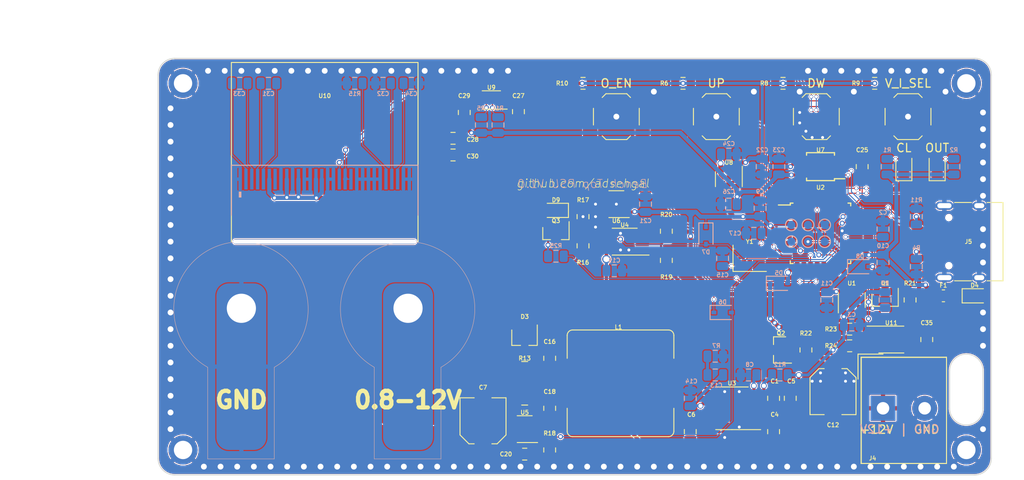
<source format=kicad_pcb>
(kicad_pcb (version 20200809) (host pcbnew "(5.99.0-2671-gfc0a358ba)")
  (layers (0 "F.Cu" signal) (31 "B.Cu" signal) (34 "B.Paste" user) (35 "F.Paste" user) (36 "B.SilkS" user) (37 "F.SilkS" user) (38 "B.Mask" user) (39 "F.Mask" user) (44 "Edge.Cuts" user))
  (net 0 "")
  (net 1 "+VSW")
  (net 2 "GND")
  (net 3 "Net-(C2-Pad2)")
  (net 4 "Net-(C6-Pad2)")
  (net 5 "Net-(C6-Pad1)")
  (net 6 "+5V")
  (net 7 "Net-(C8-Pad2)")
  (net 8 "Net-(C13-Pad2)")
  (net 9 "Net-(C13-Pad1)")
  (net 10 "Net-(C15-Pad2)")
  (net 11 "Net-(C16-Pad2)")
  (net 12 "Net-(C17-Pad2)")
  (net 13 "Net-(D1-Pad2)")
  (net 14 "Net-(D1-Pad1)")
  (net 15 "Net-(D2-Pad2)")
  (net 16 "Net-(D2-Pad1)")
  (net 17 "/RST")
  (net 18 "/MOSI")
  (net 19 "/SCK")
  (net 20 "/MISO")
  (net 21 "VDC")
  (net 22 "/REG_EN")
  (net 23 "+3V3")
  (net 24 "Net-(C25-Pad2)")
  (net 25 "Net-(D4-Pad1)")
  (net 26 "Net-(R16-Pad1)")
  (net 27 "/I_SENSE")
  (net 28 "Net-(R19-Pad2)")
  (net 29 "/V_FB")
  (net 30 "/~POT_CS")
  (net 31 "/POT_U~D")
  (net 32 "/SCL0")
  (net 33 "/SDA0")
  (net 34 "/V_SENSE")
  (net 35 "Net-(D5-Pad2)")
  (net 36 "Net-(U4-Pad3)")
  (net 37 "/SW3")
  (net 38 "/SW4")
  (net 39 "Net-(J5-PadA5)")
  (net 40 "/SW1")
  (net 41 "/SW2")
  (net 42 "/D-")
  (net 43 "/D+")
  (net 44 "Net-(J5-PadB5)")
  (net 45 "Net-(Q1-Pad3)")
  (net 46 "Net-(Q2-Pad3)")
  (net 47 "/RX")
  (net 48 "/TX")
  (net 49 "Net-(C31-Pad2)")
  (net 50 "Net-(C31-Pad1)")
  (net 51 "Net-(C32-Pad2)")
  (net 52 "Net-(C33-Pad2)")
  (net 53 "Net-(C33-Pad1)")
  (net 54 "Net-(C34-Pad2)")
  (net 55 "Net-(R5-Pad2)")
  (net 56 "Net-(R14-Pad2)")
  (net 57 "Net-(R15-Pad2)")
  (net 58 "Net-(Q1-Pad1)")
  (net 59 "Net-(Q2-Pad1)")
  (net 60 "/Vin")
  (net 61 "Net-(U11-Pad6)")
  (net 62 "Net-(D8-Pad2)")
  (net 63 "Net-(D9-Pad1)")
  (net 64 "Net-(Q3-Pad1)")
  (net 65 "/POT_VIHH")
  (module "MountingHole:MountingHole_2.2mm_M2_ISO7380_Pad" (layer "F.Cu") (at 109 59)
    (fp_text reference "H3" (at 0 0) (layer "F.SilkS") (effects (font (size 0.5 0.5) (thickness 0.1))))
    (fp_text value "MountingHole_Pad")
    (pad "1" thru_hole circle (at 0 0) (size 3.5 3.5) (drill 2.2) (layers *.Cu *.Mask) (net 2 "GND"))
  )
  (module "MountingHole:MountingHole_2.2mm_M2_ISO7380_Pad" (layer "F.Cu") (at 109 15)
    (fp_text reference "H2" (at 0 0) (layer "F.SilkS") (effects (font (size 0.5 0.5) (thickness 0.1))))
    (fp_text value "MountingHole_Pad")
    (pad "1" thru_hole circle (at 0 0) (size 3.5 3.5) (drill 2.2) (layers *.Cu *.Mask) (net 2 "GND"))
  )
  (module "Capacitor_SMD:C_0805_2012Metric" (layer "F.Cu") (at 55.25 18.4 90)
    (fp_text reference "C27" (at 1.9 0 180) (layer "F.SilkS") (effects (font (size 0.5 0.5) (thickness 0.1))))
    (fp_text value "100nF")
    (pad "1" smd roundrect (at -0.9375 0 90) (size 0.975 1.4) (layers "F.Cu" "F.Paste" "F.Mask") (net 2 "GND"))
    (pad "2" smd roundrect (at 0.9375 0 90) (size 0.975 1.4) (layers "F.Cu" "F.Paste" "F.Mask") (net 6 "+5V"))
  )
  (module "Capacitor_SMD:C_0805_2012Metric" (layer "F.Cu") (at 48.75 18.5 90)
    (fp_text reference "C29" (at 2 0 180) (layer "F.SilkS") (effects (font (size 0.5 0.5) (thickness 0.1))))
    (fp_text value "1µF")
    (pad "1" smd roundrect (at -0.9375 0 90) (size 0.975 1.4) (layers "F.Cu" "F.Paste" "F.Mask") (net 2 "GND"))
    (pad "2" smd roundrect (at 0.9375 0 90) (size 0.975 1.4) (layers "F.Cu" "F.Paste" "F.Mask") (net 23 "+3V3"))
  )
  (module "Resistor_SMD:R_0805_2012Metric" (layer "F.Cu") (at 73 32.75 90)
    (fp_text reference "R20" (at 2 0 180) (layer "F.SilkS") (effects (font (size 0.5 0.5) (thickness 0.1))))
    (fp_text value "10K")
    (pad "1" smd roundrect (at -0.9375 0 90) (size 0.975 1.4) (layers "F.Cu" "F.Paste" "F.Mask") (net 28 "Net-(R19-Pad2)"))
    (pad "2" smd roundrect (at 0.9375 0 90) (size 0.975 1.4) (layers "F.Cu" "F.Paste" "F.Mask") (net 2 "GND"))
  )
  (module "Capacitor_SMD:C_0805_2012Metric" (layer "F.Cu") (at 75.87 56.8 90)
    (fp_text reference "C6" (at 2.05 0.13 180) (layer "F.SilkS") (effects (font (size 0.5 0.5) (thickness 0.1))))
    (fp_text value "100nF")
    (pad "1" smd roundrect (at -0.9375 0 90) (size 0.975 1.4) (layers "F.Cu" "F.Paste" "F.Mask") (net 5 "Net-(C6-Pad1)"))
    (pad "2" smd roundrect (at 0.9375 0 90) (size 0.975 1.4) (layers "F.Cu" "F.Paste" "F.Mask") (net 4 "Net-(C6-Pad2)"))
  )
  (module "Resistor_SMD:R_0805_2012Metric" (layer "F.Cu") (at 95 44.5)
    (fp_text reference "R23" (at -2.25 0) (layer "F.SilkS") (effects (font (size 0.5 0.5) (thickness 0.1))))
    (fp_text value "14K")
    (pad "1" smd roundrect (at -0.9375 0) (size 0.975 1.4) (layers "F.Cu" "F.Paste" "F.Mask") (net 1 "+VSW"))
    (pad "2" smd roundrect (at 0.9375 0) (size 0.975 1.4) (layers "F.Cu" "F.Paste" "F.Mask") (net 60 "/Vin"))
  )
  (module "TerminalBlock_Altech:Altech_AK300_1x02_P5.00mm_45-Degree" (layer "F.Cu") (at 99 54)
    (fp_text reference "J4" (at -1.25 6) (layer "F.SilkS") (effects (font (size 0.5 0.5) (thickness 0.1))))
    (fp_text value "Screw_Terminal_01x02")
    (pad "1" thru_hole rect (at 0 0) (size 3 3) (drill 1.5) (layers *.Cu *.Mask) (net 1 "+VSW"))
    (pad "2" thru_hole circle (at 5 0) (size 3 3) (drill 1.5) (layers *.Cu *.Mask) (net 2 "GND"))
  )
  (module "Resistor_SMD:R_0805_2012Metric" (layer "F.Cu") (at 63 34.5 -90)
    (fp_text reference "R16" (at 2 0 180) (layer "F.SilkS") (effects (font (size 0.5 0.5) (thickness 0.1))))
    (fp_text value "14K")
    (pad "1" smd roundrect (at -0.9375 0 270) (size 0.975 1.4) (layers "F.Cu" "F.Paste" "F.Mask") (net 26 "Net-(R16-Pad1)"))
    (pad "2" smd roundrect (at 0.9375 0 270) (size 0.975 1.4) (layers "F.Cu" "F.Paste" "F.Mask") (net 11 "Net-(C16-Pad2)"))
  )
  (module "Capacitor_SMD:C_0805_2012Metric" (layer "F.Cu") (at 59 54 90)
    (fp_text reference "C18" (at 2 0 180) (layer "F.SilkS") (effects (font (size 0.5 0.5) (thickness 0.1))))
    (fp_text value "4.7µF")
    (pad "1" smd roundrect (at -0.9375 0 90) (size 0.975 1.4) (layers "F.Cu" "F.Paste" "F.Mask") (net 2 "GND"))
    (pad "2" smd roundrect (at 0.9375 0 90) (size 0.975 1.4) (layers "F.Cu" "F.Paste" "F.Mask") (net 11 "Net-(C16-Pad2)"))
  )
  (module "Crystal:Crystal_SMD_SeikoEpson_TSX3225-4Pin_3.2x2.5mm" (layer "F.Cu") (at 83 36)
    (fp_text reference "Y1" (at 0 -2) (layer "F.SilkS") (effects (font (size 0.5 0.5) (thickness 0.1))))
    (fp_text value "16MHz")
    (pad "1" smd rect (at -1.1 0.8) (size 1.4 1.15) (layers "F.Cu" "F.Paste" "F.Mask") (net 10 "Net-(C15-Pad2)"))
    (pad "2" smd rect (at 1.1 0.8) (size 1.4 1.15) (layers "F.Cu" "F.Paste" "F.Mask") (net 2 "GND"))
    (pad "3" smd rect (at 1.1 -0.8) (size 1.4 1.15) (layers "F.Cu" "F.Paste" "F.Mask") (net 12 "Net-(C17-Pad2)"))
    (pad "4" smd rect (at -1.1 -0.8) (size 1.4 1.15) (layers "F.Cu" "F.Paste" "F.Mask") (net 2 "GND"))
  )
  (module "Package_SO:MSOP-8_3x3mm_P0.65mm" (layer "F.Cu") (at 68 34 180)
    (fp_text reference "U4" (at 0 2 180) (layer "F.SilkS") (effects (font (size 0.5 0.5) (thickness 0.1))))
    (fp_text value "LM358")
    (pad "1" smd roundrect (at -2.1125 -0.975 180) (size 1.625 0.4) (layers "F.Cu" "F.Paste" "F.Mask") (net 29 "/V_FB"))
    (pad "2" smd roundrect (at -2.1125 -0.325 180) (size 1.625 0.4) (layers "F.Cu" "F.Paste" "F.Mask") (net 28 "Net-(R19-Pad2)"))
    (pad "3" smd roundrect (at -2.1125 0.325 180) (size 1.625 0.4) (layers "F.Cu" "F.Paste" "F.Mask") (net 36 "Net-(U4-Pad3)"))
    (pad "4" smd roundrect (at -2.1125 0.975 180) (size 1.625 0.4) (layers "F.Cu" "F.Paste" "F.Mask") (net 2 "GND"))
    (pad "5" smd roundrect (at 2.1125 0.975 180) (size 1.625 0.4) (layers "F.Cu" "F.Paste" "F.Mask") (net 26 "Net-(R16-Pad1)"))
    (pad "6" smd roundrect (at 2.1125 0.325 180) (size 1.625 0.4) (layers "F.Cu" "F.Paste" "F.Mask") (net 34 "/V_SENSE"))
    (pad "7" smd roundrect (at 2.1125 -0.325 180) (size 1.625 0.4) (layers "F.Cu" "F.Paste" "F.Mask") (net 34 "/V_SENSE"))
    (pad "8" smd roundrect (at 2.1125 -0.975 180) (size 1.625 0.4) (layers "F.Cu" "F.Paste" "F.Mask") (net 1 "+VSW"))
  )
  (module "Package_QFP:TQFP-32_7x7mm_P0.8mm" (layer "F.Cu") (at 91.5 33)
    (fp_text reference "U2" (at 0 -5.5) (layer "F.SilkS") (effects (font (size 0.5 0.5) (thickness 0.1))))
    (fp_text value "ATmega328PB-AU")
    (pad "1" smd rect (at -4.25 -2.8) (size 1.6 0.55) (layers "F.Cu" "F.Paste" "F.Mask") (net 41 "/SW2"))
    (pad "2" smd rect (at -4.25 -2) (size 1.6 0.55) (layers "F.Cu" "F.Paste" "F.Mask") (net 40 "/SW1"))
    (pad "3" smd rect (at -4.25 -1.2) (size 1.6 0.55) (layers "F.Cu" "F.Paste" "F.Mask") (net 2 "GND"))
    (pad "4" smd rect (at -4.25 -0.4) (size 1.6 0.55) (layers "F.Cu" "F.Paste" "F.Mask") (net 6 "+5V"))
    (pad "5" smd rect (at -4.25 0.4) (size 1.6 0.55) (layers "F.Cu" "F.Paste" "F.Mask") (net 2 "GND"))
    (pad "6" smd rect (at -4.25 1.2) (size 1.6 0.55) (layers "F.Cu" "F.Paste" "F.Mask") (net 6 "+5V"))
    (pad "7" smd rect (at -4.25 2) (size 1.6 0.55) (layers "F.Cu" "F.Paste" "F.Mask") (net 12 "Net-(C17-Pad2)"))
    (pad "8" smd rect (at -4.25 2.8) (size 1.6 0.55) (layers "F.Cu" "F.Paste" "F.Mask") (net 10 "Net-(C15-Pad2)"))
    (pad "9" smd rect (at -2.8 4.25 90) (size 1.6 0.55) (layers "F.Cu" "F.Paste" "F.Mask") (net 35 "Net-(D5-Pad2)"))
    (pad "10" smd rect (at -2 4.25 90) (size 1.6 0.55) (layers "F.Cu" "F.Paste" "F.Mask") (net 30 "/~POT_CS"))
    (pad "11" smd rect (at -1.2 4.25 90) (size 1.6 0.55) (layers "F.Cu" "F.Paste" "F.Mask") (net 38 "/SW4"))
    (pad "12" smd rect (at -0.4 4.25 90) (size 1.6 0.55) (layers "F.Cu" "F.Paste" "F.Mask") (net 31 "/POT_U~D"))
    (pad "13" smd rect (at 0.4 4.25 90) (size 1.6 0.55) (layers "F.Cu" "F.Paste" "F.Mask") (net 65 "/POT_VIHH"))
    (pad "14" smd rect (at 1.2 4.25 90) (size 1.6 0.55) (layers "F.Cu" "F.Paste" "F.Mask"))
    (pad "15" smd rect (at 2 4.25 90) (size 1.6 0.55) (layers "F.Cu" "F.Paste" "F.Mask") (net 18 "/MOSI"))
    (pad "16" smd rect (at 2.8 4.25 90) (size 1.6 0.55) (layers "F.Cu" "F.Paste" "F.Mask") (net 20 "/MISO"))
    (pad "17" smd rect (at 4.25 2.8) (size 1.6 0.55) (layers "F.Cu" "F.Paste" "F.Mask") (net 19 "/SCK"))
    (pad "18" smd rect (at 4.25 2) (size 1.6 0.55) (layers "F.Cu" "F.Paste" "F.Mask") (net 6 "+5V"))
    (pad "19" smd rect (at 4.25 1.2) (size 1.6 0.55) (layers "F.Cu" "F.Paste" "F.Mask"))
    (pad "20" smd rect (at 4.25 0.4) (size 1.6 0.55) (layers "F.Cu" "F.Paste" "F.Mask") (net 3 "Net-(C2-Pad2)"))
    (pad "21" smd rect (at 4.25 -0.4) (size 1.6 0.55) (layers "F.Cu" "F.Paste" "F.Mask") (net 2 "GND"))
    (pad "22" smd rect (at 4.25 -1.2) (size 1.6 0.55) (layers "F.Cu" "F.Paste" "F.Mask") (net 62 "Net-(D8-Pad2)"))
    (pad "23" smd rect (at 4.25 -2) (size 1.6 0.55) (layers "F.Cu" "F.Paste" "F.Mask") (net 27 "/I_SENSE"))
    (pad "24" smd rect (at 4.25 -2.8) (size 1.6 0.55) (layers "F.Cu" "F.Paste" "F.Mask") (net 34 "/V_SENSE"))
    (pad "25" smd rect (at 2.8 -4.25 90) (size 1.6 0.55) (layers "F.Cu" "F.Paste" "F.Mask") (net 16 "Net-(D2-Pad1)"))
    (pad "26" smd rect (at 2 -4.25 90) (size 1.6 0.55) (layers "F.Cu" "F.Paste" "F.Mask") (net 14 "Net-(D1-Pad1)"))
    (pad "27" smd rect (at 1.2 -4.25 90) (size 1.6 0.55) (layers "F.Cu" "F.Paste" "F.Mask") (net 33 "/SDA0"))
    (pad "28" smd rect (at 0.4 -4.25 90) (size 1.6 0.55) (layers "F.Cu" "F.Paste" "F.Mask") (net 32 "/SCL0"))
    (pad "29" smd rect (at -0.4 -4.25 90) (size 1.6 0.55) (layers "F.Cu" "F.Paste" "F.Mask") (net 17 "/RST"))
    (pad "30" smd rect (at -1.2 -4.25 90) (size 1.6 0.55) (layers "F.Cu" "F.Paste" "F.Mask") (net 47 "/RX"))
    (pad "31" smd rect (at -2 -4.25 90) (size 1.6 0.55) (layers "F.Cu" "F.Paste" "F.Mask") (net 48 "/TX"))
    (pad "32" smd rect (at -2.8 -4.25 90) (size 1.6 0.55) (layers "F.Cu" "F.Paste" "F.Mask") (net 37 "/SW3"))
  )
  (module "Capacitor_SMD:C_0805_2012Metric" (layer "F.Cu") (at 47.4 21.6 180)
    (fp_text reference "C28" (at -2.35 -0.15) (layer "F.SilkS") (effects (font (size 0.5 0.5) (thickness 0.1))))
    (fp_text value "100nF")
    (pad "1" smd roundrect (at -0.9375 0 180) (size 0.975 1.4) (layers "F.Cu" "F.Paste" "F.Mask") (net 2 "GND"))
    (pad "2" smd roundrect (at 0.9375 0 180) (size 0.975 1.4) (layers "F.Cu" "F.Paste" "F.Mask") (net 23 "+3V3"))
  )
  (module "Package_TO_SOT_SMD:SOT-23" (layer "F.Cu") (at 86.62 47 180)
    (fp_text reference "Q2" (at -0.13 2) (layer "F.SilkS") (effects (font (size 0.5 0.5) (thickness 0.1))))
    (fp_text value "FDN335N")
    (pad "1" smd rect (at -1 -0.95 180) (size 0.9 0.8) (layers "F.Cu" "F.Paste" "F.Mask") (net 59 "Net-(Q2-Pad1)"))
    (pad "2" smd rect (at -1 0.95 180) (size 0.9 0.8) (layers "F.Cu" "F.Paste" "F.Mask") (net 2 "GND"))
    (pad "3" smd rect (at 1 0 180) (size 0.9 0.8) (layers "F.Cu" "F.Paste" "F.Mask") (net 46 "Net-(Q2-Pad3)"))
  )
  (module "Capacitor_SMD:C_0805_2012Metric" (layer "F.Cu") (at 85.87 56.8 90)
    (fp_text reference "C4" (at 2.05 0.13 180) (layer "F.SilkS") (effects (font (size 0.5 0.5) (thickness 0.1))))
    (fp_text value "4.7µF")
    (pad "1" smd roundrect (at -0.9375 0 90) (size 0.975 1.4) (layers "F.Cu" "F.Paste" "F.Mask") (net 2 "GND"))
    (pad "2" smd roundrect (at 0.9375 0 90) (size 0.975 1.4) (layers "F.Cu" "F.Paste" "F.Mask") (net 1 "+VSW"))
  )
  (module "Button_Switch_SMD:SW_SPST_TL3342" (layer "F.Cu") (at 91 19)
    (fp_text reference "SW2" hide)
    (fp_text value "DW" (at 0 -4) (layer "F.SilkS"))
    (pad "1" smd rect (at -3.15 -1.9) (size 1.7 1) (layers "F.Cu" "F.Paste" "F.Mask") (net 41 "/SW2"))
    (pad "1" smd rect (at 3.15 -1.9) (size 1.7 1) (layers "F.Cu" "F.Paste" "F.Mask") (net 41 "/SW2"))
    (pad "2" smd rect (at 3.15 1.9) (size 1.7 1) (layers "F.Cu" "F.Paste" "F.Mask") (net 2 "GND"))
    (pad "2" smd rect (at -3.15 1.9) (size 1.7 1) (layers "F.Cu" "F.Paste" "F.Mask") (net 2 "GND"))
  )
  (module "Diode_SMD:D_SOD-323" (layer "F.Cu") (at 110 40.5)
    (fp_text reference "D4" (at 0 -1.25) (layer "F.SilkS") (effects (font (size 0.5 0.5) (thickness 0.1))))
    (fp_text value "CUS10S30")
    (pad "1" smd rect (at -1.05 0) (size 0.6 0.45) (layers "F.Cu" "F.Paste" "F.Mask") (net 25 "Net-(D4-Pad1)"))
    (pad "2" smd rect (at 1.05 0) (size 0.6 0.45) (layers "F.Cu" "F.Paste" "F.Mask") (net 22 "/REG_EN"))
  )
  (module "Resistor_SMD:R_0805_2012Metric" (layer "F.Cu") (at 102.25 41 -90)
    (fp_text reference "R21" (at -2 0 180) (layer "F.SilkS") (effects (font (size 0.5 0.5) (thickness 0.1))))
    (fp_text value "1K")
    (pad "1" smd roundrect (at -0.9375 0 270) (size 0.975 1.4) (layers "F.Cu" "F.Paste" "F.Mask") (net 58 "Net-(Q1-Pad1)"))
    (pad "2" smd roundrect (at 0.9375 0 270) (size 0.975 1.4) (layers "F.Cu" "F.Paste" "F.Mask") (net 22 "/REG_EN"))
  )
  (module "Resistor_SMD:R_1020_2550Metric" (layer "F.Cu") (at 56 51)
    (fp_text reference "R13" (at 0 -3) (layer "F.SilkS") (effects (font (size 0.5 0.5) (thickness 0.1))))
    (fp_text value "0.01R")
    (pad "1" smd roundrect (at -1.125 0) (size 1.15 5.2) (layers "F.Cu" "F.Paste" "F.Mask") (roundrect_rratio 0.2173913043478261) (net 21 "VDC"))
    (pad "2" smd roundrect (at 1.125 0) (size 1.15 5.2) (layers "F.Cu" "F.Paste" "F.Mask") (roundrect_rratio 0.2173913043478261) (net 11 "Net-(C16-Pad2)"))
  )
  (module "Resistor_SMD:R_0805_2012Metric" (layer "F.Cu") (at 63 15)
    (fp_text reference "R10" (at -2.5 0) (layer "F.SilkS") (effects (font (size 0.5 0.5) (thickness 0.1))))
    (fp_text value "10K")
    (pad "1" smd roundrect (at -0.9375 0) (size 0.975 1.4) (layers "F.Cu" "F.Paste" "F.Mask") (net 6 "+5V"))
    (pad "2" smd roundrect (at 0.9375 0) (size 0.975 1.4) (layers "F.Cu" "F.Paste" "F.Mask") (net 38 "/SW4"))
  )
  (module "Capacitor_SMD:C_0805_2012Metric" (layer "F.Cu") (at 85.87 52.8 -90)
    (fp_text reference "C1" (at -2.05 -0.13 180) (layer "F.SilkS") (effects (font (size 0.5 0.5) (thickness 0.1))))
    (fp_text value "10nF")
    (pad "1" smd roundrect (at -0.9375 0 270) (size 0.975 1.4) (layers "F.Cu" "F.Paste" "F.Mask") (net 2 "GND"))
    (pad "2" smd roundrect (at 0.9375 0 270) (size 0.975 1.4) (layers "F.Cu" "F.Paste" "F.Mask") (net 1 "+VSW"))
  )
  (module "Capacitor_SMD:C_0805_2012Metric" (layer "F.Cu") (at 56 59.5)
    (fp_text reference "C20" (at -2.25 0) (layer "F.SilkS") (effects (font (size 0.5 0.5) (thickness 0.1))))
    (fp_text value "100nF")
    (pad "1" smd roundrect (at -0.9375 0) (size 0.975 1.4) (layers "F.Cu" "F.Paste" "F.Mask") (net 6 "+5V"))
    (pad "2" smd roundrect (at 0.9375 0) (size 0.975 1.4) (layers "F.Cu" "F.Paste" "F.Mask") (net 2 "GND"))
  )
  (module "Resistor_SMD:R_0805_2012Metric" (layer "F.Cu") (at 75 15)
    (fp_text reference "R6" (at -2.25 0) (layer "F.SilkS") (effects (font (size 0.5 0.5) (thickness 0.1))))
    (fp_text value "10K")
    (pad "1" smd roundrect (at -0.9375 0) (size 0.975 1.4) (layers "F.Cu" "F.Paste" "F.Mask") (net 6 "+5V"))
    (pad "2" smd roundrect (at 0.9375 0) (size 0.975 1.4) (layers "F.Cu" "F.Paste" "F.Mask") (net 40 "/SW1"))
  )
  (module "Button_Switch_SMD:SW_SPST_TL3342" (layer "F.Cu") (at 79 19)
    (fp_text reference "SW1" hide)
    (fp_text value "UP" (at 0 -4) (layer "F.SilkS"))
    (pad "1" smd rect (at -3.15 -1.9) (size 1.7 1) (layers "F.Cu" "F.Paste" "F.Mask") (net 40 "/SW1"))
    (pad "1" smd rect (at 3.15 -1.9) (size 1.7 1) (layers "F.Cu" "F.Paste" "F.Mask") (net 40 "/SW1"))
    (pad "2" smd rect (at -3.15 1.9) (size 1.7 1) (layers "F.Cu" "F.Paste" "F.Mask") (net 2 "GND"))
    (pad "2" smd rect (at 3.15 1.9) (size 1.7 1) (layers "F.Cu" "F.Paste" "F.Mask") (net 2 "GND"))
  )
  (module "Resistor_SMD:R_0805_2012Metric" (layer "F.Cu") (at 59 59 90)
    (fp_text reference "R18" (at 2 0 180) (layer "F.SilkS") (effects (font (size 0.5 0.5) (thickness 0.1))))
    (fp_text value "500K")
    (pad "1" smd roundrect (at -0.9375 0 90) (size 0.975 1.4) (layers "F.Cu" "F.Paste" "F.Mask") (net 2 "GND"))
    (pad "2" smd roundrect (at 0.9375 0 90) (size 0.975 1.4) (layers "F.Cu" "F.Paste" "F.Mask") (net 27 "/I_SENSE"))
  )
  (module "Package_SO:VSSOP-8_2.3x2mm_P0.5mm" (layer "F.Cu") (at 52 17 180)
    (fp_text reference "U9" (at 0 1.5) (layer "F.SilkS") (effects (font (size 0.5 0.5) (thickness 0.1))))
    (fp_text value "PCA9306")
    (pad "1" smd rect (at -1.55 -0.75 90) (size 0.3 0.8) (layers "F.Cu" "F.Paste" "F.Mask") (net 2 "GND"))
    (pad "2" smd rect (at -1.55 -0.25 90) (size 0.3 0.8) (layers "F.Cu" "F.Paste" "F.Mask") (net 6 "+5V"))
    (pad "3" smd rect (at -1.55 0.25 90) (size 0.3 0.8) (layers "F.Cu" "F.Paste" "F.Mask") (net 32 "/SCL0"))
    (pad "4" smd rect (at -1.55 0.75 90) (size 0.3 0.8) (layers "F.Cu" "F.Paste" "F.Mask") (net 33 "/SDA0"))
    (pad "5" smd rect (at 1.55 0.75 90) (size 0.3 0.8) (layers "F.Cu" "F.Paste" "F.Mask") (net 56 "Net-(R14-Pad2)"))
    (pad "6" smd rect (at 1.55 0.25 90) (size 0.3 0.8) (layers "F.Cu" "F.Paste" "F.Mask") (net 55 "Net-(R5-Pad2)"))
    (pad "7" smd rect (at 1.55 -0.25 90) (size 0.3 0.8) (layers "F.Cu" "F.Paste" "F.Mask") (net 23 "+3V3"))
    (pad "8" smd rect (at 1.55 -0.75 90) (size 0.3 0.8) (layers "F.Cu" "F.Paste" "F.Mask") (net 23 "+3V3"))
  )
  (module "Capacitor_SMD:C_Elec_5x5.4" (layer "F.Cu") (at 51 55.5 90)
    (fp_text reference "C7" (at 4 0 180) (layer "F.SilkS") (effects (font (size 0.5 0.5) (thickness 0.1))))
    (fp_text value "10uF")
    (pad "1" smd roundrect (at -2.0625 0 90) (size 2.775 1.6) (layers "F.Cu" "F.Paste" "F.Mask") (roundrect_rratio 0.15625) (net 2 "GND"))
    (pad "2" smd roundrect (at 2.0625 0 90) (size 2.775 1.6) (layers "F.Cu" "F.Paste" "F.Mask") (roundrect_rratio 0.15625) (net 21 "VDC"))
  )
  (module "Capacitor_SMD:C_0805_2012Metric" (layer "F.Cu") (at 104.25 45.75 90)
    (fp_text reference "C35" (at 2 0 180) (layer "F.SilkS") (effects (font (size 0.5 0.5) (thickness 0.1))))
    (fp_text value "100nF")
    (pad "1" smd roundrect (at -0.9375 0 90) (size 0.975 1.4) (layers "F.Cu" "F.Paste" "F.Mask") (net 2 "GND"))
    (pad "2" smd roundrect (at 0.9375 0 90) (size 0.975 1.4) (layers "F.Cu" "F.Paste" "F.Mask") (net 6 "+5V"))
  )
  (module "Custom_Displays:SSD1306_0.96in" (layer "F.Cu") (at 32 23)
    (fp_text reference "U10" (at 0 -6.5 unlocked) (layer "F.SilkS") (effects (font (size 0.5 0.5) (thickness 0.1))))
    (fp_text value "SSD1306_0.96in")
    (pad "" np_thru_hole oval (at 0 11) (size 22.01 0.6) (drill oval 22 0.5) (layers *.Cu *.Mask))
    (pad "1" smd rect (at -10.15 3.5) (size 0.4 2.5) (layers "B.Cu" "B.Paste" "B.Mask") (net 2 "GND"))
    (pad "2" smd rect (at -9.45 3.5) (size 0.4 2.5) (layers "B.Cu" "B.Paste" "B.Mask") (net 52 "Net-(C33-Pad2)"))
    (pad "3" smd rect (at -8.75 3.5) (size 0.4 2.5) (layers "B.Cu" "B.Paste" "B.Mask") (net 53 "Net-(C33-Pad1)"))
    (pad "4" smd rect (at -8.05 3.5) (size 0.4 2.5) (layers "B.Cu" "B.Paste" "B.Mask") (net 50 "Net-(C31-Pad1)"))
    (pad "5" smd rect (at -7.35 3.5) (size 0.4 2.5) (layers "B.Cu" "B.Paste" "B.Mask") (net 49 "Net-(C31-Pad2)"))
    (pad "6" smd rect (at -6.65 3.5) (size 0.4 2.5) (layers "B.Cu" "B.Paste" "B.Mask") (net 23 "+3V3"))
    (pad "7" smd rect (at -5.95 3.5) (size 0.4 2.5) (layers "B.Cu" "B.Paste" "B.Mask"))
    (pad "8" smd rect (at -5.25 3.5) (size 0.4 2.5) (layers "B.Cu" "B.Paste" "B.Mask") (net 2 "GND"))
    (pad "9" smd rect (at -4.55 3.5) (size 0.4 2.5) (layers "B.Cu" "B.Paste" "B.Mask") (net 23 "+3V3"))
    (pad "10" smd rect (at -3.85 3.5) (size 0.4 2.5) (layers "B.Cu" "B.Paste" "B.Mask") (net 2 "GND"))
    (pad "11" smd rect (at -3.15 3.5) (size 0.4 2.5) (layers "B.Cu" "B.Paste" "B.Mask") (net 23 "+3V3"))
    (pad "12" smd rect (at -2.45 3.5) (size 0.4 2.5) (layers "B.Cu" "B.Paste" "B.Mask") (net 2 "GND"))
    (pad "13" smd rect (at -1.75 3.5) (size 0.4 2.5) (layers "B.Cu" "B.Paste" "B.Mask") (net 2 "GND"))
    (pad "14" smd rect (at -1.05 3.5) (size 0.4 2.5) (layers "B.Cu" "B.Paste" "B.Mask") (net 23 "+3V3"))
    (pad "15" smd rect (at -0.35 3.5) (size 0.4 2.5) (layers "B.Cu" "B.Paste" "B.Mask") (net 23 "+3V3"))
    (pad "16" smd rect (at 0.35 3.5) (size 0.4 2.5) (layers "B.Cu" "B.Paste" "B.Mask") (net 2 "GND"))
    (pad "17" smd rect (at 1.05 3.5) (size 0.4 2.5) (layers "B.Cu" "B.Paste" "B.Mask") (net 2 "GND"))
    (pad "18" smd rect (at 1.75 3.5) (size 0.4 2.5) (layers "B.Cu" "B.Paste" "B.Mask") (net 55 "Net-(R5-Pad2)"))
    (pad "19" smd rect (at 2.45 3.5) (size 0.4 2.5) (layers "B.Cu" "B.Paste" "B.Mask") (net 56 "Net-(R14-Pad2)"))
    (pad "20" smd rect (at 3.15 3.5) (size 0.4 2.5) (layers "B.Cu" "B.Paste" "B.Mask") (net 56 "Net-(R14-Pad2)"))
    (pad "21" smd rect (at 3.85 3.5) (size 0.4 2.5) (layers "B.Cu" "B.Paste" "B.Mask") (net 2 "GND"))
    (pad "22" smd rect (at 4.55 3.5) (size 0.4 2.5) (layers "B.Cu" "B.Paste" "B.Mask") (net 2 "GND"))
    (pad "23" smd rect (at 5.25 3.5) (size 0.4 2.5) (layers "B.Cu" "B.Paste" "B.Mask") (net 2 "GND"))
    (pad "24" smd rect (at 5.95 3.5) (size 0.4 2.5) (layers "B.Cu" "B.Paste" "B.Mask") (net 2 "GND"))
    (pad "25" smd rect (at 6.65 3.5) (size 0.4 2.5) (layers "B.Cu" "B.Paste" "B.Mask") (net 2 "GND"))
    (pad "26" smd rect (at 7.35 3.5) (size 0.4 2.5) (layers "B.Cu" "B.Paste" "B.Mask") (net 57 "Net-(R15-Pad2)"))
    (pad "27" smd rect (at 8.05 3.5) (size 0.4 2.5) (layers "B.Cu" "B.Paste" "B.Mask") (net 51 "Net-(C32-Pad2)"))
    (pad "28" smd rect (at 8.75 3.5) (size 0.4 2.5) (layers "B.Cu" "B.Paste" "B.Mask") (net 54 "Net-(C34-Pad2)"))
    (pad "29" smd rect (at 9.45 3.5) (size 0.4 2.5) (layers "B.Cu" "B.Paste" "B.Mask") (net 2 "GND"))
    (pad "30" smd rect (at 10.15 3.5) (size 0.4 2.5) (layers "B.Cu" "B.Paste" "B.Mask") (net 2 "GND"))
  )
  (module "Binding_Post:Binding_Post" (layer "F.Cu") (at 22 42)
    (fp_text reference "J3" hide)
    (fp_text value "Conn_01x01" hide)
    (pad "1" thru_hole circle (at 0 0) (size 5 5) (drill 3.5) (layers *.Cu *.Mask) (net 2 "GND"))
    (pad "1" smd roundrect (at 0 7) (size 6 20) (layers "B.Cu" "B.Paste" "B.Mask") (chamfer_ratio 0.2) (chamfer) (net 2 "GND"))
  )
  (module "MountingHole:MountingHole_2.2mm_M2_ISO7380_Pad" (layer "F.Cu") (at 15 59)
    (fp_text reference "H4" (at 0 0) (layer "F.SilkS") (effects (font (size 0.5 0.5) (thickness 0.1))))
    (fp_text value "MountingHole_Pad")
    (pad "1" thru_hole circle (at 0 0) (size 3.5 3.5) (drill 2.2) (layers *.Cu *.Mask) (net 2 "GND"))
  )
  (module "LOGO" (layer "F.Cu") (at 65 24)
    (fp_text reference "G***" hide)
    (fp_text value "LOGO" hide)
  )
  (module "Resistor_SMD:R_0805_2012Metric" (layer "F.Cu") (at 87 15)
    (fp_text reference "R8" (at -2.25 0) (layer "F.SilkS") (effects (font (size 0.5 0.5) (thickness 0.1))))
    (fp_text value "10K")
    (pad "1" smd roundrect (at -0.9375 0) (size 0.975 1.4) (layers "F.Cu" "F.Paste" "F.Mask") (net 6 "+5V"))
    (pad "2" smd roundrect (at 0.9375 0) (size 0.975 1.4) (layers "F.Cu" "F.Paste" "F.Mask") (net 41 "/SW2"))
  )
  (module "Button_Switch_SMD:SW_SPST_TL3342" (layer "F.Cu") (at 102 19)
    (fp_text reference "SW3" hide)
    (fp_text value "V_I_SEL" (at 0 -4) (layer "F.SilkS"))
    (pad "1" smd rect (at 3.15 -1.9) (size 1.7 1) (layers "F.Cu" "F.Paste" "F.Mask") (net 37 "/SW3"))
    (pad "1" smd rect (at -3.15 -1.9) (size 1.7 1) (layers "F.Cu" "F.Paste" "F.Mask") (net 37 "/SW3"))
    (pad "2" smd rect (at 3.15 1.9) (size 1.7 1) (layers "F.Cu" "F.Paste" "F.Mask") (net 2 "GND"))
    (pad "2" smd rect (at -3.15 1.9) (size 1.7 1) (layers "F.Cu" "F.Paste" "F.Mask") (net 2 "GND"))
  )
  (module "Package_SO:MSOP-10_3x3mm_P0.5mm" (layer "F.Cu") (at 91.5 25 180)
    (fp_text reference "U7" (at 0 2) (layer "F.SilkS") (effects (font (size 0.5 0.5) (thickness 0.1))))
    (fp_text value "CH340E")
    (pad "1" smd rect (at -2.2 -1 180) (size 1.4 0.3) (layers "F.Cu" "F.Paste" "F.Mask") (net 43 "/D+"))
    (pad "2" smd rect (at -2.2 -0.5 180) (size 1.4 0.3) (layers "F.Cu" "F.Paste" "F.Mask") (net 42 "/D-"))
    (pad "3" smd rect (at -2.2 0 180) (size 1.4 0.3) (layers "F.Cu" "F.Paste" "F.Mask") (net 2 "GND"))
    (pad "4" smd rect (at -2.2 0.5 180) (size 1.4 0.3) (layers "F.Cu" "F.Paste" "F.Mask") (net 24 "Net-(C25-Pad2)"))
    (pad "5" smd rect (at -2.2 1 180) (size 1.4 0.3) (layers "F.Cu" "F.Paste" "F.Mask"))
    (pad "6" smd rect (at 2.2 1 180) (size 1.4 0.3) (layers "F.Cu" "F.Paste" "F.Mask"))
    (pad "7" smd rect (at 2.2 0.5 180) (size 1.4 0.3) (layers "F.Cu" "F.Paste" "F.Mask") (net 6 "+5V"))
    (pad "8" smd rect (at 2.2 0 180) (size 1.4 0.3) (layers "F.Cu" "F.Paste" "F.Mask") (net 47 "/RX"))
    (pad "9" smd rect (at 2.2 -0.5 180) (size 1.4 0.3) (layers "F.Cu" "F.Paste" "F.Mask") (net 48 "/TX"))
    (pad "10" smd rect (at 2.2 -1 180) (size 1.4 0.3) (layers "F.Cu" "F.Paste" "F.Mask") (net 23 "+3V3"))
  )
  (module "Diode_SMD:D_SOD-323" (layer "F.Cu") (at 59.75 30.25 180)
    (fp_text reference "D9" (at 0 1.25) (layer "F.SilkS") (effects (font (size 0.5 0.5) (thickness 0.1))))
    (fp_text value "CUS10S30")
    (pad "1" smd rect (at -1.05 0 180) (size 0.6 0.45) (layers "F.Cu" "F.Paste" "F.Mask") (net 63 "Net-(D9-Pad1)"))
    (pad "2" smd rect (at 1.05 0 180) (size 0.6 0.45) (layers "F.Cu" "F.Paste" "F.Mask") (net 30 "/~POT_CS"))
  )
  (module "Package_TO_SOT_SMD:SOT-23" (layer "F.Cu") (at 59.75 33 -90)
    (fp_text reference "Q3" (at -1.5 0 180) (layer "F.SilkS") (effects (font (size 0.5 0.5) (thickness 0.1))))
    (fp_text value "FDN335N")
    (pad "1" smd rect (at -1 -0.95 270) (size 0.9 0.8) (layers "F.Cu" "F.Paste" "F.Mask") (net 64 "Net-(Q3-Pad1)"))
    (pad "2" smd rect (at -1 0.95 270) (size 0.9 0.8) (layers "F.Cu" "F.Paste" "F.Mask") (net 63 "Net-(D9-Pad1)"))
    (pad "3" smd rect (at 1 0 270) (size 0.9 0.8) (layers "F.Cu" "F.Paste" "F.Mask") (net 1 "+VSW"))
  )
  (module "Connector_USB:USB_C_Receptacle_HRO_TYPE-C-31-M-12" (layer "F.Cu") (at 109.5 34 90)
    (fp_text reference "J5" (at 0 -0.25 180) (layer "F.SilkS") (effects (font (size 0.5 0.5) (thickness 0.1))))
    (fp_text value "USB_C_Receptacle_USB2.0")
    (pad "" np_thru_hole circle (at -2.89 -2.6 90) (size 0.65 0.65) (drill 0.65) (layers *.Cu *.Mask))
    (pad "" np_thru_hole circle (at 2.89 -2.6 90) (size 0.65 0.65) (drill 0.65) (layers *.Cu *.Mask))
    (pad "A1" smd rect (at -3.25 -4.045 90) (size 0.6 1.45) (layers "F.Cu" "F.Paste" "F.Mask") (net 2 "GND"))
    (pad "A4" smd rect (at -2.45 -4.045 90) (size 0.6 1.45) (layers "F.Cu" "F.Paste" "F.Mask") (net 22 "/REG_EN"))
    (pad "A5" smd rect (at -1.25 -4.045 90) (size 0.3 1.45) (layers "F.Cu" "F.Paste" "F.Mask") (net 39 "Net-(J5-PadA5)"))
    (pad "A6" smd rect (at -0.25 -4.045 90) (size 0.3 1.45) (layers "F.Cu" "F.Paste" "F.Mask") (net 43 "/D+"))
    (pad "A7" smd rect (at 0.25 -4.045 90) (size 0.3 1.45) (layers "F.Cu" "F.Paste" "F.Mask") (net 42 "/D-"))
    (pad "A8" smd rect (at 1.25 -4.045 90) (size 0.3 1.45) (layers "F.Cu" "F.Paste" "F.Mask"))
    (pad "A9" smd rect (at 2.45 -4.045 90) (size 0.6 1.45) (layers "F.Cu" "F.Paste" "F.Mask") (net 22 "/REG_EN"))
    (pad "A12" smd rect (at 3.25 -4.045 90) (size 0.6 1.45) (layers "F.Cu" "F.Paste" "F.Mask") (net 2 "GND"))
    (pad "B1" smd rect (at 3.25 -4.045 90) (size 0.6 1.45) (layers "F.Cu" "F.Paste" "F.Mask") (net 2 "GND"))
    (pad "B4" smd rect (at 2.45 -4.045 90) (size 0.6 1.45) (layers "F.Cu" "F.Paste" "F.Mask") (net 22 "/REG_EN"))
    (pad "B5" smd rect (at 1.75 -4.045 90) (size 0.3 1.45) (layers "F.Cu" "F.Paste" "F.Mask") (net 44 "Net-(J5-PadB5)"))
    (pad "B6" smd rect (at 0.75 -4.045 90) (size 0.3 1.45) (layers "F.Cu" "F.Paste" "F.Mask") (net 43 "/D+"))
    (pad "B7" smd rect (at -0.75 -4.045 90) (size 0.3 1.45) (layers "F.Cu" "F.Paste" "F.Mask") (net 42 "/D-"))
    (pad "B8" smd rect (at -1.75 -4.045 90) (size 0.3 1.45) (layers "F.Cu" "F.Paste" "F.Mask"))
    (pad "B9" smd rect (at -2.45 -4.045 90) (size 0.6 1.45) (layers "F.Cu" "F.Paste" "F.Mask") (net 22 "/REG_EN"))
    (pad "B12" smd rect (at -3.25 -4.045 90) (size 0.6 1.45) (layers "F.Cu" "F.Paste" "F.Mask") (net 2 "GND"))
    (pad "S1" thru_hole oval (at -4.32 1.05 90) (size 1 1.6) (drill oval 0.6 1.2) (layers *.Cu *.Mask) (net 2 "GND"))
    (pad "S1" thru_hole oval (at -4.32 -3.13 90) (size 1 2.1) (drill oval 0.6 1.7) (layers *.Cu *.Mask) (net 2 "GND"))
    (pad "S1" thru_hole oval (at 4.32 -3.13 90) (size 1 2.1) (drill oval 0.6 1.7) (layers *.Cu *.Mask) (net 2 "GND"))
    (pad "S1" thru_hole oval (at 4.32 1.05 90) (size 1 1.6) (drill oval 0.6 1.2) (layers *.Cu *.Mask) (net 2 "GND"))
  )
  (module "Binding_Post:Binding_Post" (layer "F.Cu") (at 42 42)
    (fp_text reference "J2" hide)
    (fp_text value "Conn_01x01" hide)
    (pad "1" smd roundrect (at 0 7) (size 6 20) (layers "B.Cu" "B.Paste" "B.Mask") (chamfer_ratio 0.2) (chamfer) (net 21 "VDC"))
    (pad "1" thru_hole circle (at 0 0) (size 5 5) (drill 3.5) (layers *.Cu *.Mask) (net 21 "VDC"))
  )
  (module "MountingHole:MountingHole_2.2mm_M2_ISO7380_Pad" (layer "F.Cu") (at 15 15)
    (fp_text reference "H1" (at 0 0) (layer "F.SilkS") (effects (font (size 0.5 0.5) (thickness 0.1))))
    (fp_text value "MountingHole_Pad")
    (pad "1" thru_hole circle (at 0 0) (size 3.5 3.5) (drill 2.2) (layers *.Cu *.Mask) (net 2 "GND"))
  )
  (module "Capacitor_SMD:C_Elec_5x5.4" (layer "F.Cu") (at 93 52 -90)
    (fp_text reference "C12" (at 4 0 180) (layer "F.SilkS") (effects (font (size 0.5 0.5) (thickness 0.1))))
    (fp_text value "10uF")
    (pad "1" smd roundrect (at -2.0625 0 270) (size 2.775 1.6) (layers "F.Cu" "F.Paste" "F.Mask") (roundrect_rratio 0.15625) (net 2 "GND"))
    (pad "2" smd roundrect (at 2.0625 0 270) (size 2.775 1.6) (layers "F.Cu" "F.Paste" "F.Mask") (roundrect_rratio 0.15625) (net 1 "+VSW"))
  )
  (module "Resistor_SMD:R_0805_2012Metric" (layer "F.Cu") (at 73 36.25 90)
    (fp_text reference "R19" (at -2 0 180) (layer "F.SilkS") (effects (font (size 0.5 0.5) (thickness 0.1))))
    (fp_text value "14K")
    (pad "1" smd roundrect (at -0.9375 0 90) (size 0.975 1.4) (layers "F.Cu" "F.Paste" "F.Mask") (net 29 "/V_FB"))
    (pad "2" smd roundrect (at 0.9375 0 90) (size 0.975 1.4) (layers "F.Cu" "F.Paste" "F.Mask") (net 28 "Net-(R19-Pad2)"))
  )
  (module "Inductor_SMD:L_Bourns_SRR1260" (layer "F.Cu") (at 67.5 51 180)
    (fp_text reference "L1" (at 0.25 6.75) (layer "F.SilkS") (effects (font (size 0.5 0.5) (thickness 0.1))))
    (fp_text value "4.7µH")
    (pad "1" smd rect (at -4.85 0 180) (size 2.9 5.4) (layers "F.Cu" "F.Paste" "F.Mask") (net 4 "Net-(C6-Pad2)"))
    (pad "2" smd rect (at 4.85 0 180) (size 2.9 5.4) (layers "F.Cu" "F.Paste" "F.Mask") (net 11 "Net-(C16-Pad2)"))
  )
  (module "Fuse:Fuse_0805_2012Metric_Castellated" (layer "F.Cu") (at 106.25 40.5 180)
    (fp_text reference "F1" (at 0 1.25) (layer "F.SilkS") (effects (font (size 0.5 0.5) (thickness 0.1))))
    (fp_text value "MF-PSMF020X-2")
    (pad "1" smd roundrect (at -0.9625 0 180) (size 1.325 1.3) (layers "F.Cu" "F.Paste" "F.Mask") (roundrect_rratio 0.1923076923076923) (net 25 "Net-(D4-Pad1)"))
    (pad "2" smd roundrect (at 0.9625 0 180) (size 1.325 1.3) (layers "F.Cu" "F.Paste" "F.Mask") (roundrect_rratio 0.1923076923076923) (net 6 "+5V"))
  )
  (module "Capacitor_SMD:C_0805_2012Metric" (layer "F.Cu") (at 96.5 25 90)
    (fp_text reference "C25" (at 2 0 180) (layer "F.SilkS") (effects (font (size 0.5 0.5) (thickness 0.1))))
    (fp_text value "100nF")
    (pad "1" smd roundrect (at -0.9375 0 90) (size 0.975 1.4) (layers "F.Cu" "F.Paste" "F.Mask") (net 17 "/RST"))
    (pad "2" smd roundrect (at 0.9375 0 90) (size 0.975 1.4) (layers "F.Cu" "F.Paste" "F.Mask") (net 24 "Net-(C25-Pad2)"))
  )
  (module "Button_Switch_SMD:SW_SPST_TL3342" (layer "F.Cu") (at 67 19)
    (fp_text reference "SW4" hide)
    (fp_text value "O_EN" (at 0 -4) (layer "F.SilkS"))
    (pad "1" smd rect (at -3.15 -1.9) (size 1.7 1) (layers "F.Cu" "F.Paste" "F.Mask") (net 38 "/SW4"))
    (pad "1" smd rect (at 3.15 -1.9) (size 1.7 1) (layers "F.Cu" "F.Paste" "F.Mask") (net 38 "/SW4"))
    (pad "2" smd rect (at 3.15 1.9) (size 1.7 1) (layers "F.Cu" "F.Paste" "F.Mask") (net 2 "GND"))
    (pad "2" smd rect (at -3.15 1.9) (size 1.7 1) (layers "F.Cu" "F.Paste" "F.Mask") (net 2 "GND"))
  )
  (module "LED_SMD:LED_0805_2012Metric" (layer "F.Cu") (at 101.5 25 90)
    (fp_text reference "D1" hide)
    (fp_text value "CL" (at 2.25 0 180) (layer "F.SilkS"))
    (pad "1" smd roundrect (at -0.9375 0 90) (size 0.975 1.4) (layers "F.Cu" "F.Paste" "F.Mask") (net 14 "Net-(D1-Pad1)"))
    (pad "2" smd roundrect (at 0.9375 0 90) (size 0.975 1.4) (layers "F.Cu" "F.Paste" "F.Mask") (net 13 "Net-(D1-Pad2)"))
  )
  (module "Package_TO_SOT_SMD:SOT-23" (layer "F.Cu") (at 99.25 41 -90)
    (fp_text reference "Q1" (at -2 0 180) (layer "F.SilkS") (effects (font (size 0.5 0.5) (thickness 0.1))))
    (fp_text value "FDN335N")
    (pad "1" smd rect (at -1 -0.95 270) (size 0.9 0.8) (layers "F.Cu" "F.Paste" "F.Mask") (net 58 "Net-(Q1-Pad1)"))
    (pad "2" smd rect (at -1 0.95 270) (size 0.9 0.8) (layers "F.Cu" "F.Paste" "F.Mask") (net 2 "GND"))
    (pad "3" smd rect (at 1 0 270) (size 0.9 0.8) (layers "F.Cu" "F.Paste" "F.Mask") (net 45 "Net-(Q1-Pad3)"))
  )
  (module "Package_SO:MSOP-8_3x3mm_P0.65mm" (layer "F.Cu") (at 100 45.75)
    (fp_text reference "U11" (at 0 -2) (layer "F.SilkS") (effects (font (size 0.5 0.5) (thickness 0.1))))
    (fp_text value "LM358")
    (pad "1" smd roundrect (at -2.1125 -0.975) (size 1.625 0.4) (layers "F.Cu" "F.Paste" "F.Mask") (net 62 "Net-(D8-Pad2)"))
    (pad "2" smd roundrect (at -2.1125 -0.325) (size 1.625 0.4) (layers "F.Cu" "F.Paste" "F.Mask") (net 62 "Net-(D8-Pad2)"))
    (pad "3" smd roundrect (at -2.1125 0.325) (size 1.625 0.4) (layers "F.Cu" "F.Paste" "F.Mask") (net 60 "/Vin"))
    (pad "4" smd roundrect (at -2.1125 0.975) (size 1.625 0.4) (layers "F.Cu" "F.Paste" "F.Mask") (net 2 "GND"))
    (pad "5" smd roundrect (at 2.1125 0.975) (size 1.625 0.4) (layers "F.Cu" "F.Paste" "F.Mask") (net 2 "GND"))
    (pad "6" smd roundrect (at 2.1125 0.325) (size 1.625 0.4) (layers "F.Cu" "F.Paste" "F.Mask") (net 61 "Net-(U11-Pad6)"))
    (pad "7" smd roundrect (at 2.1125 -0.325) (size 1.625 0.4) (layers "F.Cu" "F.Paste" "F.Mask") (net 61 "Net-(U11-Pad6)"))
    (pad "8" smd roundrect (at 2.1125 -0.975) (size 1.625 0.4) (layers "F.Cu" "F.Paste" "F.Mask") (net 6 "+5V"))
  )
  (module "Capacitor_SMD:C_0805_2012Metric" (layer "F.Cu") (at 87.87 52.8 -90)
    (fp_text reference "C5" (at -2.05 -0.13 180) (layer "F.SilkS") (effects (font (size 0.5 0.5) (thickness 0.1))))
    (fp_text value "4.7µF")
    (pad "1" smd roundrect (at -0.9375 0 270) (size 0.975 1.4) (layers "F.Cu" "F.Paste" "F.Mask") (net 2 "GND"))
    (pad "2" smd roundrect (at 0.9375 0 270) (size 0.975 1.4) (layers "F.Cu" "F.Paste" "F.Mask") (net 1 "+VSW"))
  )
  (module "Package_TO_SOT_SMD:SOT-23-6" (layer "F.Cu") (at 67 29.5 180)
    (fp_text reference "U6" (at 0 -2) (layer "F.SilkS") (effects (font (size 0.5 0.5) (thickness 0.1))))
    (fp_text value "MCP4023-103ECH")
    (pad "1" smd rect (at -1.1 -0.95 180) (size 1.06 0.65) (layers "F.Cu" "F.Paste" "F.Mask") (net 6 "+5V"))
    (pad "2" smd rect (at -1.1 0 180) (size 1.06 0.65) (layers "F.Cu" "F.Paste" "F.Mask") (net 2 "GND"))
    (pad "3" smd rect (at -1.1 0.95 180) (size 1.06 0.65) (layers "F.Cu" "F.Paste" "F.Mask") (net 31 "/POT_U~D"))
    (pad "4" smd rect (at 1.1 0.95 180) (size 1.06 0.65) (layers "F.Cu" "F.Paste" "F.Mask") (net 63 "Net-(D9-Pad1)"))
    (pad "5" smd rect (at 1.1 0 180) (size 1.06 0.65) (layers "F.Cu" "F.Paste" "F.Mask") (net 36 "Net-(U4-Pad3)"))
    (pad "6" smd rect (at 1.1 -0.95 180) (size 1.06 0.65) (layers "F.Cu" "F.Paste" "F.Mask") (net 26 "Net-(R16-Pad1)"))
  )
  (module "Package_SO:SOIC-8-1EP_3.9x4.9mm_P1.27mm_EP2.514x3.2mm" (layer "F.Cu") (at 80.87 54 180)
    (fp_text reference "U3" (at 0 3 180) (layer "F.SilkS") (effects (font (size 0.5 0.5) (thickness 0.1))))
    (fp_text value "TPS54531DDAR")
    (pad "1" smd roundrect (at -2.6375 -1.905 180) (size 1.625 0.6) (layers "F.Cu" "F.Paste" "F.Mask") (net 5 "Net-(C6-Pad1)"))
    (pad "2" smd roundrect (at -2.6375 -0.635 180) (size 1.625 0.6) (layers "F.Cu" "F.Paste" "F.Mask") (net 1 "+VSW"))
    (pad "3" smd roundrect (at -2.6375 0.635 180) (size 1.625 0.6) (layers "F.Cu" "F.Paste" "F.Mask") (net 46 "Net-(Q2-Pad3)"))
    (pad "4" smd roundrect (at -2.6375 1.905 180) (size 1.625 0.6) (layers "F.Cu" "F.Paste" "F.Mask") (net 7 "Net-(C8-Pad2)"))
    (pad "5" smd roundrect (at 2.6375 1.905 180) (size 1.625 0.6) (layers "F.Cu" "F.Paste" "F.Mask") (net 29 "/V_FB"))
    (pad "6" smd roundrect (at 2.6375 0.635 180) (size 1.625 0.6) (layers "F.Cu" "F.Paste" "F.Mask") (net 8 "Net-(C13-Pad2)"))
    (pad "7" smd roundrect (at 2.6375 -0.635 180) (size 1.625 0.6) (layers "F.Cu" "F.Paste" "F.Mask") (net 2 "GND"))
    (pad "8" smd roundrect (at 2.6375 -1.905 180) (size 1.625 0.6) (layers "F.Cu" "F.Paste" "F.Mask") (net 4 "Net-(C6-Pad2)"))
    (pad "9" smd rect (at 0 0 180) (size 2.514 3.2) (layers "F.Cu" "F.Mask") (net 2 "GND"))
  )
  (module "Package_TO_SOT_SMD:SOT-23-5" (layer "F.Cu") (at 56 56.5 180)
    (fp_text reference "U5" (at 0 2) (layer "F.SilkS") (effects (font (size 0.5 0.5) (thickness 0.1))))
    (fp_text value "INA138")
    (pad "1" smd rect (at -1.1 -0.95 180) (size 1.06 0.65) (layers "F.Cu" "F.Paste" "F.Mask") (net 27 "/I_SENSE"))
    (pad "2" smd rect (at -1.1 0 180) (size 1.06 0.65) (layers "F.Cu" "F.Paste" "F.Mask") (net 2 "GND"))
    (pad "3" smd rect (at -1.1 0.95 180) (size 1.06 0.65) (layers "F.Cu" "F.Paste" "F.Mask") (net 11 "Net-(C16-Pad2)"))
    (pad "4" smd rect (at 1.1 0.95 180) (size 1.06 0.65) (layers "F.Cu" "F.Paste" "F.Mask") (net 21 "VDC"))
    (pad "5" smd rect (at 1.1 -0.95 180) (size 1.06 0.65) (layers "F.Cu" "F.Paste" "F.Mask") (net 6 "+5V"))
  )
  (module "Capacitor_SMD:C_0805_2012Metric" (layer "F.Cu") (at 47.4 23.6 180)
    (fp_text reference "C30" (at -2.35 -0.15) (layer "F.SilkS") (effects (font (size 0.5 0.5) (thickness 0.1))))
    (fp_text value "1µF")
    (pad "1" smd roundrect (at -0.9375 0 180) (size 0.975 1.4) (layers "F.Cu" "F.Paste" "F.Mask") (net 2 "GND"))
    (pad "2" smd roundrect (at 0.9375 0 180) (size 0.975 1.4) (layers "F.Cu" "F.Paste" "F.Mask") (net 23 "+3V3"))
  )
  (module "Package_TO_SOT_SMD:SOT-23-5" (layer "F.Cu") (at 80.5 26.5 -90)
    (fp_text reference "U8" (at -2 0 180) (layer "F.SilkS") (effects (font (size 0.5 0.5) (thickness 0.1))))
    (fp_text value "MIC5205-3.3YM5")
    (pad "1" smd rect (at -1.1 -0.95 270) (size 1.06 0.65) (layers "F.Cu" "F.Paste" "F.Mask") (net 6 "+5V"))
    (pad "2" smd rect (at -1.1 0 270) (size 1.06 0.65) (layers "F.Cu" "F.Paste" "F.Mask") (net 2 "GND"))
    (pad "3" smd rect (at -1.1 0.95 270) (size 1.06 0.65) (layers "F.Cu" "F.Paste" "F.Mask") (net 6 "+5V"))
    (pad "4" smd rect (at 1.1 0.95 270) (size 1.06 0.65) (layers "F.Cu" "F.Paste" "F.Mask"))
    (pad "5" smd rect (at 1.1 -0.95 270) (size 1.06 0.65) (layers "F.Cu" "F.Paste" "F.Mask") (net 23 "+3V3"))
  )
  (module "LED_SMD:LED_0805_2012Metric" (layer "F.Cu") (at 105.5 25 90)
    (fp_text reference "D2" hide)
    (fp_text value "OUT" (at 2.25 0 180) (layer "F.SilkS"))
    (pad "1" smd roundrect (at -0.9375 0 90) (size 0.975 1.4) (layers "F.Cu" "F.Paste" "F.Mask") (net 16 "Net-(D2-Pad1)"))
    (pad "2" smd roundrect (at 0.9375 0 90) (size 0.975 1.4) (layers "F.Cu" "F.Paste" "F.Mask") (net 15 "Net-(D2-Pad2)"))
  )
  (module "Package_TO_SOT_SMD:SOT-23-5" (layer "F.Cu") (at 95.25 41 90)
    (fp_text reference "U1" (at 2 0) (layer "F.SilkS") (effects (font (size 0.5 0.5) (thickness 0.1))))
    (fp_text value "MIC5205-5.0YM5")
    (pad "1" smd rect (at -1.1 -0.95 90) (size 1.06 0.65) (layers "F.Cu" "F.Paste" "F.Mask") (net 1 "+VSW"))
    (pad "2" smd rect (at -1.1 0 90) (size 1.06 0.65) (layers "F.Cu" "F.Paste" "F.Mask") (net 2 "GND"))
    (pad "3" smd rect (at -1.1 0.95 90) (size 1.06 0.65) (layers "F.Cu" "F.Paste" "F.Mask") (net 45 "Net-(Q1-Pad3)"))
    (pad "4" smd rect (at 1.1 0.95 90) (size 1.06 0.65) (layers "F.Cu" "F.Paste" "F.Mask"))
    (pad "5" smd rect (at 1.1 -0.95 90) (size 1.06 0.65) (layers "F.Cu" "F.Paste" "F.Mask") (net 6 "+5V"))
  )
  (module "Resistor_SMD:R_0805_2012Metric" (layer "F.Cu") (at 95 46.5)
    (fp_text reference "R24" (at -2.25 0) (layer "F.SilkS") (effects (font (size 0.5 0.5) (thickness 0.1))))
    (fp_text value "10K")
    (pad "1" smd roundrect (at -0.9375 0) (size 0.975 1.4) (layers "F.Cu" "F.Paste" "F.Mask") (net 2 "GND"))
    (pad "2" smd roundrect (at 0.9375 0) (size 0.975 1.4) (layers "F.Cu" "F.Paste" "F.Mask") (net 60 "/Vin"))
  )
  (module "Resistor_SMD:R_0805_2012Metric" (layer "F.Cu") (at 98 15)
    (fp_text reference "R9" (at -2.25 0) (layer "F.SilkS") (effects (font (size 0.5 0.5) (thickness 0.1))))
    (fp_text value "10K")
    (pad "1" smd roundrect (at -0.9375 0) (size 0.975 1.4) (layers "F.Cu" "F.Paste" "F.Mask") (net 6 "+5V"))
    (pad "2" smd roundrect (at 0.9375 0) (size 0.975 1.4) (layers "F.Cu" "F.Paste" "F.Mask") (net 37 "/SW3"))
  )
  (module "Capacitor_SMD:C_0805_2012Metric" (layer "F.Cu") (at 59 48 -90)
    (fp_text reference "C16" (at -2 0 180) (layer "F.SilkS") (effects (font (size 0.5 0.5) (thickness 0.1))))
    (fp_text value "4.7µF")
    (pad "1" smd roundrect (at -0.9375 0 270) (size 0.975 1.4) (layers "F.Cu" "F.Paste" "F.Mask") (net 2 "GND"))
    (pad "2" smd roundrect (at 0.9375 0 270) (size 0.975 1.4) (layers "F.Cu" "F.Paste" "F.Mask") (net 11 "Net-(C16-Pad2)"))
  )
  (module "Resistor_SMD:R_0805_2012Metric" (layer "F.Cu") (at 89.75 47 90)
    (fp_text reference "R22" (at 2 0 180) (layer "F.SilkS") (effects (font (size 0.5 0.5) (thickness 0.1))))
    (fp_text value "1K")
    (pad "1" smd roundrect (at -0.9375 0 90) (size 0.975 1.4) (layers "F.Cu" "F.Paste" "F.Mask") (net 59 "Net-(Q2-Pad1)"))
    (pad "2" smd roundrect (at 0.9375 0 90) (size 0.975 1.4) (layers "F.Cu" "F.Paste" "F.Mask") (net 22 "/REG_EN"))
  )
  (module "Resistor_SMD:R_0805_2012Metric" (layer "F.Cu") (at 63 31 -90)
    (fp_text reference "R17" (at -2 0 180) (layer "F.SilkS") (effects (font (size 0.5 0.5) (thickness 0.1))))
    (fp_text value "10K")
    (pad "1" smd roundrect (at -0.9375 0 270) (size 0.975 1.4) (layers "F.Cu" "F.Paste" "F.Mask") (net 2 "GND"))
    (pad "2" smd roundrect (at 0.9375 0 270) (size 0.975 1.4) (layers "F.Cu" "F.Paste" "F.Mask") (net 26 "Net-(R16-Pad1)"))
  )
  (module "Package_TO_SOT_SMD:TSOT-23" (layer "F.Cu") (at 56 45.5 -90)
    (fp_text reference "D3" (at -2.5 0 -180) (layer "F.SilkS") (effects (font (size 0.5 0.5) (thickness 0.1))))
    (fp_text value "BAT1000")
    (pad "1" smd rect (at -1.31 -0.95 270) (size 1.22 0.65) (layers "F.Cu" "F.Paste" "F.Mask") (net 2 "GND"))
    (pad "2" smd rect (at -1.31 0.95 270) (size 1.22 0.65) (layers "F.Cu" "F.Paste" "F.Mask"))
    (pad "3" smd rect (at 1.31 0 270) (size 1.22 0.65) (layers "F.Cu" "F.Paste" "F.Mask") (net 11 "Net-(C16-Pad2)"))
  )
  (module "TestPoint:TestPoint_Pad_D1.0mm" (layer "B.Cu") (at 92 34 -90)
    (fp_text reference "TP3" hide)
    (fp_text value "TestPoint" hide)
    (pad "1" smd circle (at 0 0 270) (size 1 1) (layers "B.Cu" "B.Mask") (net 17 "/RST"))
  )
  (module "Capacitor_SMD:C_0805_2012Metric" (layer "B.Cu") (at 39 15)
    (fp_text reference "C32" (at 0 1.25) (layer "B.SilkS") (effects (font (size 0.5 0.5) (thickness 0.1)) (justify mirror)))
    (fp_text value "4.7µF")
    (pad "1" smd roundrect (at -0.9375 0) (size 0.975 1.4) (layers "B.Cu" "B.Paste" "B.Mask") (net 2 "GND"))
    (pad "2" smd roundrect (at 0.9375 0) (size 0.975 1.4) (layers "B.Cu" "B.Paste" "B.Mask") (net 51 "Net-(C32-Pad2)"))
  )
  (module "TestPoint:TestPoint_Pad_D1.0mm" (layer "B.Cu") (at 92 32 -90)
    (fp_text reference "TP6" hide)
    (fp_text value "TestPoint" hide)
    (pad "1" smd circle (at 0 0 270) (size 1 1) (layers "B.Cu" "B.Mask") (net 2 "GND"))
  )
  (module "Diode_SMD:D_SOD-323" (layer "B.Cu") (at 79.75 42.5)
    (fp_text reference "D6" (at 0 -1.25) (layer "B.SilkS") (effects (font (size 0.5 0.5) (thickness 0.1)) (justify mirror)))
    (fp_text value "CUS10S30")
    (pad "1" smd rect (at -1.05 0) (size 0.6 0.45) (layers "B.Cu" "B.Paste" "B.Mask") (net 6 "+5V"))
    (pad "2" smd rect (at 1.05 0) (size 0.6 0.45) (layers "B.Cu" "B.Paste" "B.Mask") (net 27 "/I_SENSE"))
  )
  (module "Resistor_SMD:R_0805_2012Metric" (layer "B.Cu") (at 52.8 20 90)
    (fp_text reference "R14" (at 2 -0.05 180) (layer "B.SilkS") (effects (font (size 0.5 0.5) (thickness 0.1)) (justify mirror)))
    (fp_text value "2.2K")
    (pad "1" smd roundrect (at -0.9375 0 90) (size 0.975 1.4) (layers "B.Cu" "B.Paste" "B.Mask") (net 23 "+3V3"))
    (pad "2" smd roundrect (at 0.9375 0 90) (size 0.975 1.4) (layers "B.Cu" "B.Paste" "B.Mask") (net 56 "Net-(R14-Pad2)"))
  )
  (module "TestPoint:TestPoint_Pad_D1.0mm" (layer "B.Cu") (at 88 34 -90)
    (fp_text reference "TP1" hide)
    (fp_text value "TestPoint" hide)
    (pad "1" smd circle (at 0 0 270) (size 1 1) (layers "B.Cu" "B.Mask") (net 20 "/MISO"))
  )
  (module "Capacitor_SMD:C_0805_2012Metric" (layer "B.Cu") (at 95.25 44 180)
    (fp_text reference "C3" (at 0 1.25) (layer "B.SilkS") (effects (font (size 0.5 0.5) (thickness 0.1)) (justify mirror)))
    (fp_text value "100nF")
    (pad "1" smd roundrect (at -0.9375 0 180) (size 0.975 1.4) (layers "B.Cu" "B.Paste" "B.Mask") (net 2 "GND"))
    (pad "2" smd roundrect (at 0.9375 0 180) (size 0.975 1.4) (layers "B.Cu" "B.Paste" "B.Mask") (net 1 "+VSW"))
  )
  (module "Capacitor_SMD:C_0805_2012Metric" (layer "B.Cu") (at 82.87 50)
    (fp_text reference "C8" (at 0.13 -1.25) (layer "B.SilkS") (effects (font (size 0.5 0.5) (thickness 0.1)) (justify mirror)))
    (fp_text value "10nF")
    (pad "1" smd roundrect (at -0.9375 0) (size 0.975 1.4) (layers "B.Cu" "B.Paste" "B.Mask") (net 2 "GND"))
    (pad "2" smd roundrect (at 0.9375 0) (size 0.975 1.4) (layers "B.Cu" "B.Paste" "B.Mask") (net 7 "Net-(C8-Pad2)"))
  )
  (module "Capacitor_SMD:C_0805_2012Metric" (layer "B.Cu") (at 99 32.5 -90)
    (fp_text reference "C2" (at -2 0 -180) (layer "B.SilkS") (effects (font (size 0.5 0.5) (thickness 0.1)) (justify mirror)))
    (fp_text value "100nF")
    (pad "1" smd roundrect (at -0.9375 0 270) (size 0.975 1.4) (layers "B.Cu" "B.Paste" "B.Mask") (net 2 "GND"))
    (pad "2" smd roundrect (at 0.9375 0 270) (size 0.975 1.4) (layers "B.Cu" "B.Paste" "B.Mask") (net 3 "Net-(C2-Pad2)"))
  )
  (module "TestPoint:TestPoint_Pad_D1.0mm" (layer "B.Cu") (at 90 34 -90)
    (fp_text reference "TP2" hide)
    (fp_text value "TestPoint" hide)
    (pad "1" smd circle (at 0 0 270) (size 1 1) (layers "B.Cu" "B.Mask") (net 19 "/SCK"))
  )
  (module "Resistor_SMD:R_0805_2012Metric" (layer "B.Cu") (at 103 31 -90)
    (fp_text reference "R11" (at -2 0) (layer "B.SilkS") (effects (font (size 0.5 0.5) (thickness 0.1)) (justify mirror)))
    (fp_text value "5.1K")
    (pad "1" smd roundrect (at -0.9375 0 270) (size 0.975 1.4) (layers "B.Cu" "B.Paste" "B.Mask") (net 2 "GND"))
    (pad "2" smd roundrect (at 0.9375 0 270) (size 0.975 1.4) (layers "B.Cu" "B.Paste" "B.Mask") (net 44 "Net-(J5-PadB5)"))
  )
  (module "Diode_SMD:D_SOD-323" (layer "B.Cu") (at 96.25 37)
    (fp_text reference "D8" (at 0 -1.25) (layer "B.SilkS") (effects (font (size 0.5 0.5) (thickness 0.1)) (justify mirror)))
    (fp_text value "CUS10S30")
    (pad "1" smd rect (at -1.05 0) (size 0.6 0.45) (layers "B.Cu" "B.Paste" "B.Mask") (net 6 "+5V"))
    (pad "2" smd rect (at 1.05 0) (size 0.6 0.45) (layers "B.Cu" "B.Paste" "B.Mask") (net 62 "Net-(D8-Pad2)"))
  )
  (module "Resistor_SMD:R_0805_2012Metric" (layer "B.Cu") (at 103 37 90)
    (fp_text reference "R4" (at 2.25 0) (layer "B.SilkS") (effects (font (size 0.5 0.5) (thickness 0.1)) (justify mirror)))
    (fp_text value "5.1K")
    (pad "1" smd roundrect (at -0.9375 0 90) (size 0.975 1.4) (layers "B.Cu" "B.Paste" "B.Mask") (net 2 "GND"))
    (pad "2" smd roundrect (at 0.9375 0 90) (size 0.975 1.4) (layers "B.Cu" "B.Paste" "B.Mask") (net 39 "Net-(J5-PadA5)"))
  )
  (module "Capacitor_SMD:C_0805_2012Metric" (layer "B.Cu") (at 42.4 15 180)
    (fp_text reference "C34" (at 0 -1.25) (layer "B.SilkS") (effects (font (size 0.5 0.5) (thickness 0.1)) (justify mirror)))
    (fp_text value "2.2µF")
    (pad "1" smd roundrect (at -0.9375 0 180) (size 0.975 1.4) (layers "B.Cu" "B.Paste" "B.Mask") (net 2 "GND"))
    (pad "2" smd roundrect (at 0.9375 0 180) (size 0.975 1.4) (layers "B.Cu" "B.Paste" "B.Mask") (net 54 "Net-(C34-Pad2)"))
  )
  (module "Resistor_SMD:R_0805_2012Metric" (layer "B.Cu") (at 59.75 35.75)
    (fp_text reference "R25" (at 0 -1.25) (layer "B.SilkS") (effects (font (size 0.5 0.5) (thickness 0.1)) (justify mirror)))
    (fp_text value "1K")
    (pad "1" smd roundrect (at -0.9375 0) (size 0.975 1.4) (layers "B.Cu" "B.Paste" "B.Mask") (net 64 "Net-(Q3-Pad1)"))
    (pad "2" smd roundrect (at 0.9375 0) (size 0.975 1.4) (layers "B.Cu" "B.Paste" "B.Mask") (net 65 "/POT_VIHH"))
  )
  (module "Diode_SMD:D_SOD-323" (layer "B.Cu") (at 86.5 39)
    (fp_text reference "D5" (at 0 -1.25) (layer "B.SilkS") (effects (font (size 0.5 0.5) (thickness 0.1)) (justify mirror)))
    (fp_text value "CUS10S30")
    (pad "1" smd rect (at -1.05 0) (size 0.6 0.45) (layers "B.Cu" "B.Paste" "B.Mask") (net 22 "/REG_EN"))
    (pad "2" smd rect (at 1.05 0) (size 0.6 0.45) (layers "B.Cu" "B.Paste" "B.Mask") (net 35 "Net-(D5-Pad2)"))
  )
  (module "Capacitor_SMD:C_0805_2012Metric" (layer "B.Cu") (at 79.75 36 -90)
    (fp_text reference "C15" (at 2 0) (layer "B.SilkS") (effects (font (size 0.5 0.5) (thickness 0.1)) (justify mirror)))
    (fp_text value "22pF")
    (pad "1" smd roundrect (at -0.9375 0 270) (size 0.975 1.4) (layers "B.Cu" "B.Paste" "B.Mask") (net 2 "GND"))
    (pad "2" smd roundrect (at 0.9375 0 270) (size 0.975 1.4) (layers "B.Cu" "B.Paste" "B.Mask") (net 10 "Net-(C15-Pad2)"))
  )
  (module "Capacitor_SMD:C_0805_2012Metric" (layer "B.Cu") (at 25.25 15)
    (fp_text reference "C31" (at 0 1.25) (layer "B.SilkS") (effects (font (size 0.5 0.5) (thickness 0.1)) (justify mirror)))
    (fp_text value "1µF")
    (pad "1" smd roundrect (at -0.9375 0) (size 0.975 1.4) (layers "B.Cu" "B.Paste" "B.Mask") (net 50 "Net-(C31-Pad1)"))
    (pad "2" smd roundrect (at 0.9375 0) (size 0.975 1.4) (layers "B.Cu" "B.Paste" "B.Mask") (net 49 "Net-(C31-Pad2)"))
  )
  (module "Capacitor_SMD:C_0805_2012Metric" (layer "B.Cu") (at 99 36.5 90)
    (fp_text reference "C10" (at 2 0 180) (layer "B.SilkS") (effects (font (size 0.5 0.5) (thickness 0.1)) (justify mirror)))
    (fp_text value "100nF")
    (pad "1" smd roundrect (at -0.9375 0 90) (size 0.975 1.4) (layers "B.Cu" "B.Paste" "B.Mask") (net 2 "GND"))
    (pad "2" smd roundrect (at 0.9375 0 90) (size 0.975 1.4) (layers "B.Cu" "B.Paste" "B.Mask") (net 6 "+5V"))
  )
  (module "Resistor_SMD:R_0805_2012Metric" (layer "B.Cu") (at 50.8 20 90)
    (fp_text reference "R5" (at 2 -0.05 180) (layer "B.SilkS") (effects (font (size 0.5 0.5) (thickness 0.1)) (justify mirror)))
    (fp_text value "2.2K")
    (pad "1" smd roundrect (at -0.9375 0 90) (size 0.975 1.4) (layers "B.Cu" "B.Paste" "B.Mask") (net 23 "+3V3"))
    (pad "2" smd roundrect (at 0.9375 0 90) (size 0.975 1.4) (layers "B.Cu" "B.Paste" "B.Mask") (net 55 "Net-(R5-Pad2)"))
  )
  (module "Capacitor_SMD:C_0805_2012Metric" (layer "B.Cu") (at 75.87 52.8 -90)
    (fp_text reference "C14" (at -2.05 -0.13 -180) (layer "B.SilkS") (effects (font (size 0.5 0.5) (thickness 0.1)) (justify mirror)))
    (fp_text value "22pF")
    (pad "1" smd roundrect (at -0.9375 0 270) (size 0.975 1.4) (layers "B.Cu" "B.Paste" "B.Mask") (net 2 "GND"))
    (pad "2" smd roundrect (at 0.9375 0 270) (size 0.975 1.4) (layers "B.Cu" "B.Paste" "B.Mask") (net 8 "Net-(C13-Pad2)"))
  )
  (module "Resistor_SMD:R_0805_2012Metric" (layer "B.Cu") (at 107.5 25 -90)
    (fp_text reference "R2" (at -2 0 -180) (layer "B.SilkS") (effects (font (size 0.5 0.5) (thickness 0.1)) (justify mirror)))
    (fp_text value "330R")
    (pad "1" smd roundrect (at -0.9375 0 270) (size 0.975 1.4) (layers "B.Cu" "B.Paste" "B.Mask") (net 15 "Net-(D2-Pad2)"))
    (pad "2" smd roundrect (at 0.9375 0 270) (size 0.975 1.4) (layers "B.Cu" "B.Paste" "B.Mask") (net 6 "+5V"))
  )
  (module "TestPoint:TestPoint_Pad_D1.0mm" (layer "B.Cu") (at 90 32 -90)
    (fp_text reference "TP5" hide)
    (fp_text value "TestPoint" hide)
    (pad "1" smd circle (at 0 0 270) (size 1 1) (layers "B.Cu" "B.Mask") (net 18 "/MOSI"))
  )
  (module "Resistor_SMD:R_0805_2012Metric" (layer "B.Cu") (at 99.25 41 90)
    (fp_text reference "R3" (at 2 0) (layer "B.SilkS") (effects (font (size 0.5 0.5) (thickness 0.1)) (justify mirror)))
    (fp_text value "10K")
    (pad "1" smd roundrect (at -0.9375 0 90) (size 0.975 1.4) (layers "B.Cu" "B.Paste" "B.Mask") (net 45 "Net-(Q1-Pad3)"))
    (pad "2" smd roundrect (at 0.9375 0 90) (size 0.975 1.4) (layers "B.Cu" "B.Paste" "B.Mask") (net 1 "+VSW"))
  )
  (module "Resistor_SMD:R_0805_2012Metric" (layer "B.Cu") (at 86.62 50)
    (fp_text reference "R12" (at 0 -1.25) (layer "B.SilkS") (effects (font (size 0.5 0.5) (thickness 0.1)) (justify mirror)))
    (fp_text value "10K")
    (pad "1" smd roundrect (at -0.9375 0) (size 0.975 1.4) (layers "B.Cu" "B.Paste" "B.Mask") (net 46 "Net-(Q2-Pad3)"))
    (pad "2" smd roundrect (at 0.9375 0) (size 0.975 1.4) (layers "B.Cu" "B.Paste" "B.Mask") (net 1 "+VSW"))
  )
  (module "Capacitor_SMD:C_0805_2012Metric" (layer "B.Cu") (at 21.8 15 180)
    (fp_text reference "C33" (at 0.05 -1.25) (layer "B.SilkS") (effects (font (size 0.5 0.5) (thickness 0.1)) (justify mirror)))
    (fp_text value "1µF")
    (pad "1" smd roundrect (at -0.9375 0 180) (size 0.975 1.4) (layers "B.Cu" "B.Paste" "B.Mask") (net 53 "Net-(C33-Pad1)"))
    (pad "2" smd roundrect (at 0.9375 0 180) (size 0.975 1.4) (layers "B.Cu" "B.Paste" "B.Mask") (net 52 "Net-(C33-Pad2)"))
  )
  (module "Capacitor_SMD:C_0805_2012Metric" (layer "B.Cu") (at 86.5 25 -90)
    (fp_text reference "C22" (at -2 2) (layer "B.SilkS") (effects (font (size 0.5 0.5) (thickness 0.1)) (justify mirror)))
    (fp_text value "100nF")
    (pad "1" smd roundrect (at -0.9375 0 270) (size 0.975 1.4) (layers "B.Cu" "B.Paste" "B.Mask") (net 2 "GND"))
    (pad "2" smd roundrect (at 0.9375 0 270) (size 0.975 1.4) (layers "B.Cu" "B.Paste" "B.Mask") (net 23 "+3V3"))
  )
  (module "Capacitor_SMD:C_0805_2012Metric" (layer "B.Cu") (at 78.87 50)
    (fp_text reference "C13" (at 0.13 1.25) (layer "B.SilkS") (effects (font (size 0.5 0.5) (thickness 0.1)) (justify mirror)))
    (fp_text value "2.2nF")
    (pad "1" smd roundrect (at -0.9375 0) (size 0.975 1.4) (layers "B.Cu" "B.Paste" "B.Mask") (net 9 "Net-(C13-Pad1)"))
    (pad "2" smd roundrect (at 0.9375 0) (size 0.975 1.4) (layers "B.Cu" "B.Paste" "B.Mask") (net 8 "Net-(C13-Pad2)"))
  )
  (module "Resistor_SMD:R_0805_2012Metric" (layer "B.Cu") (at 99.5 25 -90)
    (fp_text reference "R1" (at -2 0 -180) (layer "B.SilkS") (effects (font (size 0.5 0.5) (thickness 0.1)) (justify mirror)))
    (fp_text value "330R")
    (pad "1" smd roundrect (at -0.9375 0 270) (size 0.975 1.4) (layers "B.Cu" "B.Paste" "B.Mask") (net 13 "Net-(D1-Pad2)"))
    (pad "2" smd roundrect (at 0.9375 0 270) (size 0.975 1.4) (layers "B.Cu" "B.Paste" "B.Mask") (net 6 "+5V"))
  )
  (module "LOGO" (layer "B.Cu") (at 65 24 180)
    (fp_text reference "G***" hide)
    (fp_text value "LOGO" hide)
  )
  (module "Capacitor_SMD:C_0805_2012Metric" (layer "B.Cu") (at 70.5 29.5 90)
    (fp_text reference "C21" (at -2 0 180) (layer "B.SilkS") (effects (font (size 0.5 0.5) (thickness 0.1)) (justify mirror)))
    (fp_text value "100nF")
    (pad "1" smd roundrect (at -0.9375 0 90) (size 0.975 1.4) (layers "B.Cu" "B.Paste" "B.Mask") (net 6 "+5V"))
    (pad "2" smd roundrect (at 0.9375 0 90) (size 0.975 1.4) (layers "B.Cu" "B.Paste" "B.Mask") (net 2 "GND"))
  )
  (module "Capacitor_SMD:C_0805_2012Metric" (layer "B.Cu") (at 66.75 37.5 180)
    (fp_text reference "C19" (at 0 1.25 180) (layer "B.SilkS") (effects (font (size 0.5 0.5) (thickness 0.1)) (justify mirror)))
    (fp_text value "100nF")
    (pad "1" smd roundrect (at -0.9375 0 180) (size 0.975 1.4) (layers "B.Cu" "B.Paste" "B.Mask") (net 2 "GND"))
    (pad "2" smd roundrect (at 0.9375 0 180) (size 0.975 1.4) (layers "B.Cu" "B.Paste" "B.Mask") (net 1 "+VSW"))
  )
  (module "Capacitor_SMD:C_0805_2012Metric" (layer "B.Cu") (at 80.5 23.5 180)
    (fp_text reference "C24" (at 0 1.25) (layer "B.SilkS") (effects (font (size 0.5 0.5) (thickness 0.1)) (justify mirror)))
    (fp_text value "100nF")
    (pad "1" smd roundrect (at -0.9375 0 180) (size 0.975 1.4) (layers "B.Cu" "B.Paste" "B.Mask") (net 2 "GND"))
    (pad "2" smd roundrect (at 0.9375 0 180) (size 0.975 1.4) (layers "B.Cu" "B.Paste" "B.Mask") (net 6 "+5V"))
  )
  (module "Diode_SMD:D_SOD-323" (layer "B.Cu") (at 77.75 33.25 -90)
    (fp_text reference "D7" (at 2 0 180) (layer "B.SilkS") (effects (font (size 0.5 0.5) (thickness 0.1)) (justify mirror)))
    (fp_text value "CUS10S30")
    (pad "1" smd rect (at -1.05 0 270) (size 0.6 0.45) (layers "B.Cu" "B.Paste" "B.Mask") (net 6 "+5V"))
    (pad "2" smd rect (at 1.05 0 270) (size 0.6 0.45) (layers "B.Cu" "B.Paste" "B.Mask") (net 34 "/V_SENSE"))
  )
  (module "Resistor_SMD:R_0805_2012Metric" (layer "B.Cu") (at 35.6 15)
    (fp_text reference "R15" (at 0 1.25) (layer "B.SilkS") (effects (font (size 0.5 0.5) (thickness 0.1)) (justify mirror)))
    (fp_text value "390K")
    (pad "1" smd roundrect (at -0.9375 0) (size 0.975 1.4) (layers "B.Cu" "B.Paste" "B.Mask") (net 2 "GND"))
    (pad "2" smd roundrect (at 0.9375 0) (size 0.975 1.4) (layers "B.Cu" "B.Paste" "B.Mask") (net 57 "Net-(R15-Pad2)"))
  )
  (module "Resistor_SMD:R_0805_2012Metric" (layer "B.Cu") (at 78.87 47.75 180)
    (fp_text reference "R7" (at -0.13 1.25) (layer "B.SilkS") (effects (font (size 0.5 0.5) (thickness 0.1)) (justify mirror)))
    (fp_text value "37.4K")
    (pad "1" smd roundrect (at -0.9375 0 180) (size 0.975 1.4) (layers "B.Cu" "B.Paste" "B.Mask") (net 2 "GND"))
    (pad "2" smd roundrect (at 0.9375 0 180) (size 0.975 1.4) (layers "B.Cu" "B.Paste" "B.Mask") (net 9 "Net-(C13-Pad1)"))
  )
  (module "TestPoint:TestPoint_Pad_D1.0mm" (layer "B.Cu") (at 88 32 -90)
    (fp_text reference "TP4" hide)
    (fp_text value "TestPoint" hide)
    (pad "1" smd circle (at 0 0 270) (size 1 1) (layers "B.Cu" "B.Mask") (net 6 "+5V"))
  )
  (module "Capacitor_SMD:C_0805_2012Metric" (layer "B.Cu") (at 80.5 29.5)
    (fp_text reference "C26" (at 0 -1.5 180) (layer "B.SilkS") (effects (font (size 0.5 0.5) (thickness 0.1)) (justify mirror)))
    (fp_text value "1µF")
    (pad "1" smd roundrect (at -0.9375 0) (size 0.975 1.4) (layers "B.Cu" "B.Paste" "B.Mask") (net 2 "GND"))
    (pad "2" smd roundrect (at 0.9375 0) (size 0.975 1.4) (layers "B.Cu" "B.Paste" "B.Mask") (net 23 "+3V3"))
  )
  (module "Capacitor_SMD:C_0805_2012Metric" (layer "B.Cu") (at 83.5 33)
    (fp_text reference "C17" (at -2.25 0) (layer "B.SilkS") (effects (font (size 0.5 0.5) (thickness 0.1)) (justify mirror)))
    (fp_text value "22pF")
    (pad "1" smd roundrect (at -0.9375 0) (size 0.975 1.4) (layers "B.Cu" "B.Paste" "B.Mask") (net 2 "GND"))
    (pad "2" smd roundrect (at 0.9375 0) (size 0.975 1.4) (layers "B.Cu" "B.Paste" "B.Mask") (net 12 "Net-(C17-Pad2)"))
  )
  (module "Capacitor_SMD:C_0805_2012Metric" (layer "B.Cu") (at 92.25 41 90)
    (fp_text reference "C11" (at 2 0) (layer "B.SilkS") (effects (font (size 0.5 0.5) (thickness 0.1)) (justify mirror)))
    (fp_text value "1µF")
    (pad "1" smd roundrect (at -0.9375 0 90) (size 0.975 1.4) (layers "B.Cu" "B.Paste" "B.Mask") (net 2 "GND"))
    (pad "2" smd roundrect (at 0.9375 0 90) (size 0.975 1.4) (layers "B.Cu" "B.Paste" "B.Mask") (net 6 "+5V"))
  )
  (module "Capacitor_SMD:C_0805_2012Metric" (layer "B.Cu") (at 84.5 25 90)
    (fp_text reference "C23" (at 2 2) (layer "B.SilkS") (effects (font (size 0.5 0.5) (thickness 0.1)) (justify mirror)))
    (fp_text value "100nF")
    (pad "1" smd roundrect (at -0.9375 0 90) (size 0.975 1.4) (layers "B.Cu" "B.Paste" "B.Mask") (net 2 "GND"))
    (pad "2" smd roundrect (at 0.9375 0 90) (size 0.975 1.4) (layers "B.Cu" "B.Paste" "B.Mask") (net 6 "+5V"))
  )
  (module "Capacitor_SMD:C_0805_2012Metric" (layer "B.Cu") (at 84.25 30 -90)
    (fp_text reference "C9" (at -2 0 -180) (layer "B.SilkS") (effects (font (size 0.5 0.5) (thickness 0.1)) (justify mirror)))
    (fp_text value "100nF")
    (pad "1" smd roundrect (at -0.9375 0 270) (size 0.975 1.4) (layers "B.Cu" "B.Paste" "B.Mask") (net 2 "GND"))
    (pad "2" smd roundrect (at 0.9375 0 270) (size 0.975 1.4) (layers "B.Cu" "B.Paste" "B.Mask") (net 6 "+5V"))
  )
  (gr_line (start 111 54) (end 111 49.5) (layer "Edge.Cuts") (width 0.1))
  (gr_arc (start 109 54) (end 107 54) (angle -180) (layer "Edge.Cuts") (width 0.1))
  (gr_line (start 112 14) (end 112 60) (layer "Edge.Cuts") (width 0.1))
  (gr_line (start 12 60) (end 12 14) (layer "Edge.Cuts") (width 0.1))
  (gr_arc (start 14 14) (end 14 12) (angle -90) (layer "Edge.Cuts") (width 0.1))
  (gr_arc (start 109 49.5) (end 111 49.5) (angle -180) (layer "Edge.Cuts") (width 0.1))
  (gr_arc (start 110 14) (end 112 14) (angle -90) (layer "Edge.Cuts") (width 0.1))
  (gr_line (start 14 12) (end 110 12) (layer "Edge.Cuts") (width 0.1))
  (gr_line (start 107 49.5) (end 107 54) (layer "Edge.Cuts") (width 0.1))
  (gr_arc (start 14 60) (end 12 60) (angle -90) (layer "Edge.Cuts") (width 0.1))
  (gr_line (start 110 62) (end 14 62) (layer "Edge.Cuts") (width 0.1))
  (gr_arc (start 110 60) (end 110 62) (angle -90) (layer "Edge.Cuts") (width 0.1))
  (gr_text "GND | +12V\n" (at 101 56.5) (layer "B.SilkS") (effects (font (size 1 1)) (justify mirror)))
  (gr_text "Bench Top PSU V1.0" (at 63 27.06625) (layer "B.SilkS") (effects (font (size 1 1) (thickness 0.075) italic) (justify mirror)))
  (gr_text "github.com/adsehgal" (at 63 27) (layer "F.SilkS") (effects (font (size 1 1) (thickness 0.075) italic)))
  (gr_text "0.8-12V" (at 42 53) (layer "F.SilkS") (effects (font (size 2 2) (thickness 0.5))))
  (gr_text "GND" (at 22 53) (layer "F.SilkS") (effects (font (size 2 2) (thickness 0.5))))
  (gr_text "+12V | GND" (at 101 56.5475) (layer "F.SilkS") (effects (font (size 1 1))))
  (segment (start 94.3 43) (end 94.3 42.1) (width 0.508) (layer "F.Cu") (net 1))
  (segment (start 65.8 36.1) (end 65.8 53.9) (width 0.381) (layer "F.Cu") (net 1))
  (segment (start 70.44251 58.54251) (end 81.588424 58.54251) (width 0.381) (layer "F.Cu") (net 1))
  (segment (start 65.8 53.9) (end 70.44251 58.54251) (width 0.381) (layer "F.Cu") (net 1))
  (segment (start 81.588424 58.54251) (end 83.608424 56.52251) (width 0.381) (layer "F.Cu") (net 1))
  (segment (start 94.0625 44.5) (end 93 45.5625) (width 0.127) (layer "F.Cu") (net 1))
  (segment (start 87.87 53.7375) (end 88.88751 52.71999) (width 0.381) (layer "F.Cu") (net 1))
  (segment (start 93 45.5625) (end 93 47) (width 0.127) (layer "F.Cu") (net 1))
  (segment (start 63.945528 34.975) (end 63.666518 34.69599) (width 0.254) (layer "F.Cu") (net 1))
  (segment (start 61.25 34) (end 59.75 34) (width 0.254) (layer "F.Cu") (net 1))
  (segment (start 88.88751 50.01249) (end 88.9 50) (width 0.381) (layer "F.Cu") (net 1))
  (segment (start 65.8 35.0625) (end 65.8875 34.975) (width 0.381) (layer "F.Cu") (net 1))
  (segment (start 83.608424 56.52251) (end 85.20999 56.52251) (width 0.381) (layer "F.Cu") (net 1))
  (segment (start 65.8875 34.975) (end 63.945528 34.975) (width 0.254) (layer "F.Cu") (net 1))
  (segment (start 61.94599 34.69599) (end 61.25 34) (width 0.254) (layer "F.Cu") (net 1))
  (segment (start 65.8 36.1) (end 65.8 35.0625) (width 0.381) (layer "F.Cu") (net 1))
  (segment (start 85.20999 56.52251) (end 85.87 55.8625) (width 0.381) (layer "F.Cu") (net 1))
  (segment (start 63.666518 34.69599) (end 61.94599 34.69599) (width 0.254) (layer "F.Cu") (net 1))
  (segment (start 88.88751 52.71999) (end 88.88751 50.01249) (width 0.381) (layer "F.Cu") (net 1))
  (via (at 94.3 43) (size 0.6) (drill 0.35) (layers "F.Cu" "B.Cu") (net 1))
  (via (at 93 47) (size 0.6) (drill 0.35) (layers "F.Cu" "B.Cu") (net 1))
  (via (at 65.8 36.1) (size 1) (drill 0.7) (layers "F.Cu" "B.Cu") (net 1))
  (via (at 88.9 50) (size 0.7) (drill 0.5) (layers "F.Cu" "B.Cu") (net 1))
  (segment (start 94.3125 45.6875) (end 93 47) (width 0.381) (layer "B.Cu") (net 1))
  (segment (start 94.3125 43.0125) (end 94.3 43) (width 0.508) (layer "B.Cu") (net 1))
  (segment (start 97.2375 40.0625) (end 99.25 40.0625) (width 0.508) (layer "B.Cu") (net 1))
  (segment (start 93 47) (end 90 50) (width 0.381) (layer "B.Cu") (net 1))
  (segment (start 94.3125 44) (end 94.3125 45.6875) (width 0.381) (layer "B.Cu") (net 1))
  (segment (start 65.8125 37.5) (end 65.8125 36.1125) (width 0.381) (layer "B.Cu") (net 1))
  (segment (start 88.9 50) (end 87.5575 50) (width 0.381) (layer "B.Cu") (net 1))
  (segment (start 90 50) (end 88.9 50) (width 0.381) (layer "B.Cu") (net 1))
  (segment (start 94.3 43) (end 97.2375 40.0625) (width 0.508) (layer "B.Cu") (net 1))
  (segment (start 65.8125 36.1125) (end 65.8 36.1) (width 0.381) (layer "B.Cu") (net 1))
  (segment (start 94.3125 44) (end 94.3125 43.0125) (width 0.508) (layer "B.Cu") (net 1))
  (segment (start 94.2 32.6) (end 94.1 32.7) (width 0.381) (layer "F.Cu") (net 2))
  (segment (start 95.75 32.6) (end 94.2 32.6) (width 0.381) (layer "F.Cu") (net 2))
  (via (at 91.75 21.5) (size 0.6) (drill 0.35) (layers "F.Cu" "B.Cu") (net 2))
  (via (at 111 42.5) (size 1) (drill 0.7) (layers "F.Cu" "B.Cu") (net 2))
  (via (at 91.5 61) (size 1) (drill 0.7) (layers "F.Cu" "B.Cu") (net 2))
  (via (at 111 24.5) (size 1) (drill 0.7) (layers "F.Cu" "B.Cu") (net 2))
  (via (at 13.5 22) (size 1) (drill 0.7) (layers "F.Cu" "B.Cu") (net 2))
  (via (at 111 28.5) (size 1) (drill 0.7) (layers "F.Cu" "B.Cu") (net 2))
  (via (at 13.5 44.5) (size 1) (drill 0.7) (layers "F.Cu" "B.Cu") (net 2))
  (via (at 111 32.5) (size 1) (drill 0.7) (layers "F.Cu" "B.Cu") (net 2))
  (via (at 67 19) (size 1) (drill 0.7) (layers "F.Cu" "B.Cu") (net 2))
  (via (at 13.5 52.5) (size 1) (drill 0.7) (layers "F.Cu" "B.Cu") (net 2))
  (via (at 104 13.5) (size 1) (drill 0.7) (layers "F.Cu" "B.Cu") (net 2))
  (via (at 20 13.5) (size 1) (drill 0.7) (layers "F.Cu" "B.Cu") (net 2))
  (via (at 85.5 61) (size 1) (drill 0.7) (layers "F.Cu" "B.Cu") (net 2))
  (via (at 95.5 50.75) (size 0.6) (drill 0.35) (layers "F.Cu" "B.Cu") (net 2))
  (via (at 24 13.5) (size 1) (drill 0.7) (layers "F.Cu" "B.Cu") (net 2))
  (via (at 42 13.5) (size 1) (drill 0.7) (layers "F.Cu" "B.Cu") (net 2))
  (via (at 94.5 49.75) (size 0.6) (drill 0.35) (layers "F.Cu" "B.Cu") (net 2))
  (via (at 53.5 61) (size 1) (drill 0.7) (layers "F.Cu" "B.Cu") (net 2))
  (via (at 37.5 61) (size 1) (drill 0.7) (layers "F.Cu" "B.Cu") (net 2))
  (via (at 51.5 61) (size 1) (drill 0.7) (layers "F.Cu" "B.Cu") (net 2))
  (via (at 28 13.5) (size 1) (drill 0.7) (layers "F.Cu" "B.Cu") (net 2))
  (via (at 21.5 61) (size 1) (drill 0.7) (layers "F.Cu" "B.Cu") (net 2))
  (via (at 77.5 61) (size 1) (drill 0.7) (layers "F.Cu" "B.Cu") (net 2))
  (via (at 55.5 61) (size 1) (drill 0.7) (layers "F.Cu" "B.Cu") (net 2))
  (via (at 94 13.5) (size 1) (drill 0.7) (layers "F.Cu" "B.Cu") (net 2))
  (via (at 94.5 50.75) (size 0.6) (drill 0.35) (layers "F.Cu" "B.Cu") (net 2))
  (via (at 63.5 61) (size 1) (drill 0.7) (layers "F.Cu" "B.Cu") (net 2))
  (via (at 13.5 42.5) (size 1) (drill 0.7) (layers "F.Cu" "B.Cu") (net 2))
  (via (at 45.5 61) (size 1) (drill 0.7) (layers "F.Cu" "B.Cu") (net 2))
  (via (at 71.5 16) (size 1) (drill 0.7) (layers "F.Cu" "B.Cu") (net 2))
  (via (at 67.5 33) (size 0.6) (drill 0.35) (layers "F.Cu" "B.Cu") (net 2))
  (via (at 31.5 61) (size 1) (drill 0.7) (layers "F.Cu" "B.Cu") (net 2))
  (via (at 23.5 61) (size 1) (drill 0.7) (layers "F.Cu" "B.Cu") (net 2))
  (via (at 38 13.5) (size 1) (drill 0.7) (layers "F.Cu" "B.Cu") (net 2))
  (via (at 102 19) (size 1) (drill 0.7) (layers "F.Cu" "B.Cu") (net 2))
  (via (at 106 13.5) (size 1) (drill 0.7) (layers "F.Cu" "B.Cu") (net 2))
  (via (at 50 13.5) (size 1) (drill 0.7) (layers "F.Cu" "B.Cu") (net 2))
  (via (at 111 18.5) (size 1) (drill 0.7) (layers "F.Cu" "B.Cu") (net 2))
  (via (at 111 44.5) (size 1) (drill 0.7) (layers "F.Cu" "B.Cu") (net 2))
  (via (at 65.5 61) (size 1) (drill 0.7) (layers "F.Cu" "B.Cu") (net 2))
  (via (at 69.5 61) (size 1) (drill 0.7) (layers "F.Cu" "B.Cu") (net 2))
  (via (at 92 13.5) (size 1) (drill 0.7) (layers "F.Cu" "B.Cu") (net 2))
  (via (at 73.5 61) (size 1) (drill 0.7) (layers "F.Cu" "B.Cu") (net 2))
  (via (at 41.5 61) (size 1) (drill 0.7) (layers "F.Cu" "B.Cu") (net 2))
  (via (at 96 13.5) (size 1) (drill 0.7) (layers "F.Cu" "B.Cu") (net 2))
  (via (at 93.5 61) (size 1) (drill 0.7) (layers "F.Cu" "B.Cu") (net 2))
  (via (at 81.75 56.25) (size 0.6) (drill 0.35) (layers "F.Cu" "B.Cu") (net 2))
  (via (at 29.5 61) (size 1) (drill 0.7) (layers "F.Cu" "B.Cu") (net 2))
  (via (at 13.5 20) (size 1) (drill 0.7) (layers "F.Cu" "B.Cu") (net 2))
  (via (at 67 29.5) (size 0.6) (drill 0.35) (layers "F.Cu" "B.Cu") (net 2))
  (via (at 98 13.5) (size 1) (drill 0.7) (layers "F.Cu" "B.Cu") (net 2))
  (via (at 13.5 28) (size 1) (drill 0.7) (layers "F.Cu" "B.Cu") (net 2))
  (via (at 97.5 61) (size 1) (drill 0.7) (layers "F.Cu" "B.Cu") (net 2))
  (via (at 19.5 61) (size 1) (drill 0.7) (layers "F.Cu" "B.Cu") (net 2))
  (via (at 52 13.5) (size 1) (drill 0.7) (layers "F.Cu" "B.Cu") (net 2))
  (via (at 87.5 61) (size 1) (drill 0.7) (layers "F.Cu" "B.Cu") (net 2))
  (via (at 105.5 61) (size 1) (drill 0.7) (layers "F.Cu" "B.Cu") (net 2))
  (via (at 57.5 61) (size 1) (drill 0.7) (layers "F.Cu" "B.Cu") (net 2))
  (via (at 111 20.5) (size 1) (drill 0.7) (layers "F.Cu" "B.Cu") (net 2))
  (via (at 26 13.5) (size 1) (drill 0.7) (layers "F.Cu" "B.Cu") (net 2))
  (via (at 54 13.5) (size 1) (drill 0.7) (layers "F.Cu" "B.Cu") (net 2))
  (via (at 43.5 61) (size 1) (drill 0.7) (layers "F.Cu" "B.Cu") (net 2))
  (via (at 22 13.5) (size 1) (drill 0.7) (layers "F.Cu" "B.Cu") (net 2))
  (via (at 49.5 61) (size 1) (drill 0.7) (layers "F.Cu" "B.Cu") (net 2))
  (via (at 39.5 61) (size 1) (drill 0.7) (layers "F.Cu" "B.Cu") (net 2))
  (via (at 83.5 61) (size 1) (drill 0.7) (layers "F.Cu" "B.Cu") (net 2))
  (via (at 80 52) (size 0.6) (drill 0.35) (layers "F.Cu" "B.Cu") (net 2))
  (via (at 64.5 29.5) (size 0.6) (drill 0.35) (layers "F.Cu" "B.Cu") (net 2))
  (via (at 111 22.5) (size 1) (drill 0.7) (layers "F.Cu" "B.Cu") (net 2))
  (via (at 107.5 61) (size 1) (drill 0.7) (layers "F.Cu" "B.Cu") (net 2))
  (via (at 25.5 61) (size 1) (drill 0.7) (layers "F.Cu" "B.Cu") (net 2))
  (via (at 36 13.5) (size 1) (drill 0.7) (layers "F.Cu" "B.Cu") (net 2))
  (via (at 27.5 61) (size 1) (drill 0.7) (layers "F.Cu" "B.Cu") (net 2))
  (via (at 13.5 26) (size 1) (drill 0.7) (layers "F.Cu" "B.Cu") (net 2))
  (via (at 18 13.5) (size 1) (drill 0.7) (layers "F.Cu" "B.Cu") (net 2))
  (via (at 47.5 61) (size 1) (drill 0.7) (layers "F.Cu" "B.Cu") (net 2))
  (via (at 91.5 50.75) (size 0.6) (drill 0.35) (layers "F.Cu" "B.Cu") (net 2))
  (via (at 32 13.5) (size 1) (drill 0.7) (layers "F.Cu" "B.Cu") (net 2))
  (via (at 64.5 31) (size 0.6) (drill 0.35) (layers "F.Cu" "B.Cu") (net 2))
  (via (at 13.5 38.5) (size 1) (drill 0.7) (layers "F.Cu" "B.Cu") (net 2))
  (via (at 67.5 35) (size 0.6) (drill 0.35) (layers "F.Cu" "B.Cu") (net 2))
  (via (at 13.5 40.5) (size 1) (drill 0.7) (layers "F.Cu" "B.Cu") (net 2))
  (via (at 95.5 16) (size 1) (drill 0.7) (layers "F.Cu" "B.Cu") (net 2))
  (via (at 89 16) (size 1) (drill 0.7) (layers "F.Cu" "B.Cu") (net 2))
  (via (at 102 13.5) (size 1) (drill 0.7) (layers "F.Cu" "B.Cu") (net 2))
  (via (at 17.5 61) (size 1) (drill 0.7) (layers "F.Cu" "B.Cu") (net 2))
  (via (at 13.5 32) (size 1) (drill 0.7) (layers "F.Cu" "B.Cu") (net 2))
  (via (at 111 46.5) (size 1) (drill 0.7) (layers "F.Cu" "B.Cu") (net 2))
  (via (at 68.5 35) (size 0.6) (drill 0.35) (layers "F.Cu" "B.Cu") (net 2))
  (via (at 89.75 20.75) (size 0.6) (drill 0.35) (layers "F.Cu" "B.Cu") (net 2))
  (via (at 89 18.5) (size 0.6) (drill 0.35) (layers "F.Cu" "B.Cu") (net 2))
  (via (at 44 13.5) (size 1) (drill 0.7) (layers "F.Cu" "B.Cu") (net 2))
  (via (at 83.5 16) (size 1) (drill 0.7) (layers "F.Cu" "B.Cu") (net 2))
  (via (at 81.75 52) (size 0.6) (drill 0.35) (layers "F.Cu" "B.Cu") (net 2))
  (via (at 89.5 61) (size 1) (drill 0.7) (layers "F.Cu" "B.Cu") (net 2))
  (via (at 13.5 36) (size 1) (drill 0.7) (layers "F.Cu" "B.Cu") (net 2))
  (via (at 101.5 61) (size 1) (drill 0.7) (layers "F.Cu" "B.Cu") (net 2))
  (via (at 103.5 61) (size 1) (drill 0.7) (layers "F.Cu" "B.Cu") (net 2))
  (via (at 13.5 48.5) (size 1) (drill 0.7) (layers "F.Cu" "B.Cu") (net 2))
  (via (at 100 13.5) (size 1) (drill 0.7) (layers "F.Cu" "B.Cu") (net 2))
  (via (at 34 13.5) (size 1) (drill 0.7) (layers "F.Cu" "B.Cu") (net 2))
  (via (at 99.5 61) (size 1) (drill 0.7) (layers "F.Cu" "B.Cu") (net 2))
  (via (at 46 13.5) (size 1) (drill 0.7) (layers "F.Cu" "B.Cu") (net 2))
  (via (at 81.5 61) (size 1) (drill 0.7) (layers "F.Cu" "B.Cu") (net 2))
  (via (at 94.1 32.7) (size 0.6) (drill 0.35) (layers "F.Cu" "B.Cu") (net 2))
  (via (at 40 13.5) (size 1) (drill 0.7) (layers "F.Cu" "B.Cu") (net 2))
  (via (at 33.5 61) (size 1) (drill 0.7) (layers "F.Cu" "B.Cu") (net 2))
  (via (at 13.5 56.5) (size 1) (drill 0.7) (layers "F.Cu" "B.Cu") (net 2))
  (via (at 90 13.5) (size 1) (drill 0.7) (layers "F.Cu" "B.Cu") (net 2))
  (via (at 90.5 50.75) (size 0.6) (drill 0.35) (layers "F.Cu" "B.Cu") (net 2))
  (via (at 106.5 16) (size 1) (drill 0.7) (layers "F.Cu" "B.Cu") (net 2))
  (via (at 13.5 34) (size 1) (drill 0.7) (layers "F.Cu" "B.Cu") (net 2))
  (via (at 75.5 61) (size 1) (drill 0.7) (layers "F.Cu" "B.Cu") (net 2))
  (via (at 111 36.5) (size 1) (drill 0.7) (layers "F.Cu" "B.Cu") (net 2))
  (via (at 111 56.5) (size 1) (drill 0.7) (layers "F.Cu" "B.Cu") (net 2))
  (via (at 63 31) (size 0.45) (drill 0.35) (layers "F.Cu" "B.Cu") (net 2))
  (via (at 79 19) (size 1) (drill 0.7) (layers "F.Cu" "B.Cu") (net 2))
  (via (at 13.5 24) (size 1) (drill 0.7) (layers "F.Cu" "B.Cu") (net 2))
  (via (at 59.5 61) (size 1) (drill 0.7) (layers "F.Cu" "B.Cu") (net 2))
  (via (at 80 57.5) (size 0.6) (drill 0.35) (layers "F.Cu" "B.Cu") (net 2))
  (via (at 67.5 61) (size 1) (drill 0.7) (layers "F.Cu" "B.Cu") (net 2))
  (via (at 13.5 54.5) (size 1) (drill 0.7) (layers "F.Cu" "B.Cu") (net 2))
  (via (at 13.5 30) (size 1) (drill 0.7) (layers "F.Cu" "B.Cu") (net 2))
  (via (at 111 26.5) (size 1) (drill 0.7) (layers "F.Cu" "B.Cu") (net 2))
  (via (at 35.5 61) (size 1) (drill 0.7) (layers "F.Cu" "B.Cu") (net 2))
  (via (at 79.5 61) (size 1) (drill 0.7) (layers "F.Cu" "B.Cu") (net 2))
  (via (at 90.5 21.5) (size 0.6) (drill 0.35) (layers "F.Cu" "B.Cu") (net 2))
  (via (at 95.5 61) (size 1) (drill 0.7) (layers "F.Cu" "B.Cu") (net 2))
  (via (at 111 34.5) (size 1) (drill 0.7) (layers "F.Cu" "B.Cu") (net 2))
  (via (at 13.5 50.5) (size 1) (drill 0.7) (layers "F.Cu" "B.Cu") (net 2))
  (via (at 61.5 61) (size 1) (drill 0.7) (layers "F.Cu" "B.Cu") (net 2))
  (via (at 91.5 49.75) (size 0.6) (drill 0.35) (layers "F.Cu" "B.Cu") (net 2))
  (via (at 13.5 18) (size 1) (drill 0.7) (layers "F.Cu" "B.Cu") (net 2))
  (via (at 71.5 61) (size 1) (drill 0.7) (layers "F.Cu" "B.Cu") (net 2))
  (via (at 89 19.75) (size 0.6) (drill 0.35) (layers "F.Cu" "B.Cu") (net 2))
  (via (at 48 13.5) (size 1) (drill 0.7) (layers "F.Cu" "B.Cu") (net 2))
  (via (at 13.5 46.5) (size 1) (drill 0.7) (layers "F.Cu" "B.Cu") (net 2))
  (via (at 30 13.5) (size 1) (drill 0.7) (layers "F.Cu" "B.Cu") (net 2))
  (via (at 64.5 32.25) (size 0.6) (drill 0.35) (layers "F.Cu" "B.Cu") (net 2))
  (segment (start 95.72 33.43) (end 95.75 33.4) (width 0.127) (layer "F.Cu") (net 3))
  (segment (start 94.51 33.43) (end 95.72 33.43) (width 0.127) (layer "F.Cu") (net 3))
  (via (at 94.51 33.43) (size 0.45) (drill 0.35) (layers "F.Cu" "B.Cu") (net 3))
  (segment (start 94.5175 33.4375) (end 94.51 33.43) (width 0.127) (layer "B.Cu") (net 3))
  (segment (start 99 33.4375) (end 94.5175 33.4375) (width 0.127) (layer "B.Cu") (net 3))
  (segment (start 75.87 57.7375) (end 76.167 58.0345) (width 0.381) (layer "F.Cu") (net 5))
  (segment (start 76.167 58.0345) (end 81.378 58.0345) (width 0.381) (layer "F.Cu") (net 5))
  (segment (start 81.378 58.0345) (end 83.5075 55.905) (width 0.381) (layer "F.Cu") (net 5))
  (segment (start 78.7 40.028632) (end 78.590684 39.919316) (width 0.127) (layer "F.Cu") (net 6))
  (segment (start 56.55 17.25) (end 53.55 17.25) (width 0.381) (layer "F.Cu") (net 6))
  (segment (start 87.25 32.6) (end 92.503498 32.6) (width 0.381) (layer "F.Cu") (net 6))
  (segment (start 82.2 31) (end 81.1 31) (width 0.508) (layer "F.Cu") (net 6))
  (segment (start 80.45249 30.35249) (end 80.45249 26.31101) (width 0.508) (layer "F.Cu") (net 6))
  (segment (start 78.590684 39.919316) (end 75.9095 37.238132) (width 0.508) (layer "F.Cu") (net 6))
  (segment (start 74.0625 15) (end 75 15) (width 0.381) (layer "F.Cu") (net 6))
  (segment (start 92.975736 40) (end 92.686104 40.289632) (width 0.508) (layer "F.Cu") (net 6))
  (segment (start 104.1 39.2) (end 104.1 39.3125) (width 0.508) (layer "F.Cu") (net 6))
  (segment (start 104.1 39.3125) (end 105.2875 40.5) (width 0.508) (layer "F.Cu") (net 6))
  (segment (start 54.9 57.45) (end 54.9 59.3375) (width 0.381) (layer "F.Cu") (net 6))
  (segment (start 78.961 40.289632) (end 78.590684 39.919316) (width 0.508) (layer "F.Cu") (net 6))
  (segment (start 86 32.6) (end 85.5 32.1) (width 0.381) (layer "F.Cu") (net 6))
  (segment (start 88.096502 32.6) (end 88.367501 32.870999) (width 0.381) (layer "F.Cu") (net 6))
  (segment (start 81.45 24.85) (end 81.8 24.5) (width 0.508) (layer "F.Cu") (net 6))
  (segment (start 87.25 32.6) (end 86 32.6) (width 0.381) (layer "F.Cu") (net 6))
  (segment (start 92.686104 40.289632) (end 78.961 40.289632) (width 0.508) (layer "F.Cu") (net 6))
  (segment (start 56.55 17.25) (end 55.4625 17.25) (width 0.381) (layer "F.Cu") (net 6))
  (segment (start 105.8125 44.8125) (end 105.817501 44.817501) (width 0.381) (layer "F.Cu") (net 6))
  (segment (start 92.503498 32.6) (end 94.903498 35) (width 0.381) (layer "F.Cu") (net 6))
  (segment (start 79.55 25.929999) (end 79.867511 26.24751) (width 0.381) (layer "F.Cu") (net 6))
  (segment (start 61.08 15) (end 62.0625 15) (width 0.381) (layer "F.Cu") (net 6))
  (segment (start 105.817501 41.030001) (end 105.2875 40.5) (width 0.381) (layer "F.Cu") (net 6))
  (segment (start 79.931011 26.31101) (end 81.068989 26.31101) (width 0.508) (layer "F.Cu") (net 6))
  (segment (start 94.903498 35) (end 95.75 35) (width 0.381) (layer "F.Cu") (net 6))
  (segment (start 88.367501 32.870999) (end 88.367501 33.929001) (width 0.381) (layer "F.Cu") (net 6))
  (segment (start 54.9 59.3375) (end 55.0625 59.5) (width 0.381) (layer "F.Cu") (net 6))
  (segment (start 59.445 16.635) (end 58.83 17.25) (width 0.381) (layer "F.Cu") (net 6))
  (segment (start 87.25 32.6) (end 88.096502 32.6) (width 0.381) (layer "F.Cu") (net 6))
  (segment (start 104.25 44.8125) (end 105.8125 44.8125) (width 0.381) (layer "F.Cu") (net 6))
  (segment (start 80.45249 26.24751) (end 81.132489 26.24751) (width 0.381) (layer "F.Cu") (net 6))
  (segment (start 98 15) (end 97.0625 15) (width 0.381) (layer "F.Cu") (net 6))
  (segment (start 75.9095 37.238132) (end 75.9095 33.346836) (width 0.508) (layer "F.Cu") (net 6))
  (segment (start 58.83 17.25) (end 56.55 17.25) (width 0.381) (layer "F.Cu") (net 6))
  (segment (start 101.639382 59.05052) (end 105.817501 54.872401) (width 0.381) (layer "F.Cu") (net 6))
  (segment (start 78.7 40.93) (end 78.7 40.028632) (width 0.127) (layer "F.Cu") (net 6))
  (segment (start 62.0625 15) (end 62.9 15) (width 0.381) (layer "F.Cu") (net 6))
  (segment (start 68.1 30.45) (end 69.15 30.45) (width 0.381) (layer "F.Cu") (net 6))
  (segment (start 81.45 25.4) (end 81.45 24.85) (width 0.508) (layer "F.Cu") (net 6))
  (segment (start 88.4 24.5) (end 87.9 25) (width 0.381) (layer "F.Cu") (net 6))
  (segment (start 93.4 40) (end 92.975736 40) (width 0.508) (layer "F.Cu") (net 6))
  (segment (start 105.817501 54.872401) (end 105.817501 44.817501) (width 0.381) (layer "F.Cu") (net 6))
  (segment (start 81.132489 26.24751) (end 81.45 25.929999) (width 0.381) (layer "F.Cu") (net 6))
  (segment (start 79.55 25.4) (end 79.55 25.929999) (width 0.508) (layer "F.Cu") (net 6))
  (segment (start 58.05052 59.05052) (end 101.639382 59.05052) (width 0.381) (layer "F.Cu") (net 6))
  (segment (start 79.55 24.65) (end 79.5 24.6) (width 0.381) (layer "F.Cu") (net 6))
  (segment (start 79.55 25.929999) (end 79.931011 26.31101) (width 0.508) (layer "F.Cu") (net 6))
  (segment (start 93.4 40) (end 94.2 40) (width 0.508) (layer "F.Cu") (net 6))
  (segment (start 81.068989 26.31101) (end 81.45 25.929999) (width 0.508) (layer "F.Cu") (net 6))
  (segment (start 79.55 25.4) (end 79.55 24.65) (width 0.381) (layer "F.Cu") (net 6))
  (segment (start 88.096502 34.2) (end 87.25 34.2) (width 0.381) (layer "F.Cu") (net 6))
  (segment (start 105.817501 44.817501) (end 105.817501 41.030001) (width 0.381) (layer "F.Cu") (net 6))
  (segment (start 56.08001 58.48249) (end 57.48249 58.48249) (width 0.381) (layer "F.Cu") (net 6))
  (segment (start 81.45 25.929999) (end 81.45 25.4) (width 0.508) (layer "F.Cu") (net 6))
  (segment (start 94.2 40) (end 94.3 39.9) (width 0.508) (layer "F.Cu") (net 6))
  (segment (start 95.75 35) (end 96.7 35) (width 0.508) (layer "F.Cu") (net 6))
  (segment (start 102.15 44.8125) (end 102.1125 44.775) (width 0.381) (layer "F.Cu") (net 6))
  (segment (start 81.8 24.5) (end 82.5 24.5) (width 0.508) (layer "F.Cu") (net 6))
  (segment (start 88.367501 33.929001) (end 88.096502 34.2) (width 0.381) (layer "F.Cu") (net 6))
  (segment (start 69.15 30.45) (end 69.2 30.4) (width 0.381) (layer "F.Cu") (net 6))
  (segment (start 57.48249 58.48249) (end 58.05052 59.05052) (width 0.381) (layer "F.Cu") (net 6))
  (segment (start 89.3 24.5) (end 88.4 24.5) (width 0.381) (layer "F.Cu") (net 6))
  (segment (start 55.4625 17.25) (end 55.25 17.4625) (width 0.381) (layer "F.Cu") (net 6))
  (segment (start 59.445 16.635) (end 61.08 15) (width 0.381) (layer "F.Cu") (net 6))
  (segment (start 88.367501 33.929001) (end 88.304001 33.992501) (width 0.381) (layer "F.Cu") (net 6))
  (segment (start 81.1 31) (end 80.45249 30.35249) (width 0.508) (layer "F.Cu") (net 6))
  (segment (start 55.0625 59.5) (end 56.08001 58.48249) (width 0.381) (layer "F.Cu") (net 6))
  (segment (start 79.867511 26.24751) (end 80.45249 26.24751) (width 0.381) (layer "F.Cu") (net 6))
  (segment (start 96.7 35) (end 97.3 35.6) (width 0.508) (layer "F.Cu") (net 6))
  (segment (start 87 15) (end 86.0625 15) (width 0.381) (layer "F.Cu") (net 6))
  (segment (start 104.25 44.8125) (end 102.15 44.8125) (width 0.381) (layer "F.Cu") (net 6))
  (via (at 75 15) (size 0.6) (drill 0.35) (layers "F.Cu" "B.Cu") (net 6))
  (via (at 75.9095 33.346836) (size 0.6) (drill 0.35) (layers "F.Cu" "B.Cu") (net 6))
  (via (at 82.5 24.5) (size 0.6) (drill 0.35) (layers "F.Cu" "B.Cu") (net 6))
  (via (at 93.4 40) (size 0.6) (drill 0.35) (layers "F.Cu" "B.Cu") (net 6))
  (via (at 69.2 30.4) (size 0.6) (drill 0.35) (layers "F.Cu" "B.Cu") (net 6))
  (via (at 82.2 31) (size 0.6) (drill 0.35) (layers "F.Cu" "B.Cu") (net 6))
  (via (at 87 15) (size 0.6) (drill 0.35) (layers "F.Cu" "B.Cu") (net 6))
  (via (at 97.3 35.6) (size 0.6) (drill 0.35) (layers "F.Cu" "B.Cu") (net 6))
  (via (at 79.5 24.6) (size 0.7) (drill 0.5) (layers "F.Cu" "B.Cu") (net 6))
  (via (at 87.9 25) (size 0.6) (drill 0.35) (layers "F.Cu" "B.Cu") (net 6))
  (via (at 62.9 15) (size 0.6) (drill 0.35) (layers "F.Cu" "B.Cu") (net 6))
  (via (at 78.7 40.93) (size 0.45) (drill 0.35) (layers "F.Cu" "B.Cu") (net 6))
  (via (at 85.5 32.1) (size 0.6) (drill 0.35) (layers "F.Cu" "B.Cu") (net 6))
  (via (at 98 15) (size 0.6) (drill 0.35) (layers "F.Cu" "B.Cu") (net 6))
  (via (at 104.1 39.2) (size 0.6) (drill 0.35) (layers "F.Cu" "B.Cu") (net 6))
  (segment (start 84.5 15.1) (end 84.6 15) (width 0.381) (layer "B.Cu") (net 6))
  (segment (start 84.6 15) (end 85.8 15) (width 0.381) (layer "B.Cu") (net 6))
  (segment (start 99.5 25.9375) (end 107.5 25.9375) (width 0.508) (layer "B.Cu") (net 6))
  (segment (start 102.6375 39.2) (end 104.1 39.2) (width 0.508) (layer "B.Cu") (net 6))
  (segment (start 69.2 30.4) (end 70.4625 30.4) (width 0.381) (layer "B.Cu") (net 6))
  (segment (start 100.606001 27.043501) (end 100.606001 33.956499) (width 0.508) (layer "B.Cu") (net 6))
  (segment (start 82.2 31) (end 84.1875 31) (width 0.508) (layer "B.Cu") (net 6))
  (segment (start 82.5 24.5) (end 83 24) (width 0.508) (layer "B.Cu") (net 6))
  (segment (start 97.3 35.6) (end 98.9625 35.6) (width 0.508) (layer "B.Cu") (net 6))
  (segment (start 84.1875 31) (end 84.25 30.9375) (width 0.508) (layer "B.Cu") (net 6))
  (segment (start 78.7 42.5) (end 78.7 40.93) (width 0.127) (layer "B.Cu") (net 6))
  (segment (start 100.606001 33.956499) (end 99 35.5625) (width 0.508) (layer "B.Cu") (net 6))
  (segment (start 75.9095 30.9095) (end 75.4375 30.4375) (width 0.508) (layer "B.Cu") (net 6))
  (segment (start 85.8 15) (end 87 15) (width 0.381) (layer "B.Cu") (net 6))
  (segment (start 85.4375 25) (end 87.9 25) (width 0.508) (layer "B.Cu") (net 6))
  (segment (start 92.25 40.0625) (end 93.3375 40.0625) (width 0.508) (layer "B.Cu") (net 6))
  (segment (start 79.5 24.6) (end 79.5 23.5625) (width 0.381) (layer "B.Cu") (net 6))
  (segment (start 79.5 23.5625) (end 79.5625 23.5) (width 0.381) (layer "B.Cu") (net 6))
  (segment (start 78 31) (end 82.2 31) (width 0.508) (layer "B.Cu") (net 6))
  (segment (start 85.5 32.1) (end 87.9 32.1) (width 0.127) (layer "B.Cu") (net 6))
  (segment (start 83 24) (end 84.4375 24) (width 0.508) (layer "B.Cu") (net 6))
  (segment (start 77.5 31) (end 78 31) (width 0.508) (layer "B.Cu") (net 6))
  (segment (start 87.9 32.1) (end 88 32) (width 0.127) (layer "B.Cu") (net 6))
  (segment (start 77.75 31.25) (end 77.5 31) (width 0.127) (layer "B.Cu") (net 6))
  (segment (start 85.4125 32.1) (end 84.25 30.9375) (width 0.381) (layer "B.Cu") (net 6))
  (segment (start 76.5375 30.4375) (end 77.1 31) (width 0.508) (layer "B.Cu") (net 6))
  (segment (start 84.5 24.0625) (end 85.4375 25) (width 0.508) (layer "B.Cu") (net 6))
  (segment (start 77.1 31) (end 77.5 31) (width 0.508) (layer "B.Cu") (net 6))
  (segment (start 74.8625 30.4375) (end 76.5375 30.4375) (width 0.508) (layer "B.Cu") (net 6))
  (segment (start 96.7125 35.6) (end 97.3 35.6) (width 0.508) (layer "B.Cu") (net 6))
  (segment (start 98.9625 35.6) (end 99 35.5625) (width 0.508) (layer "B.Cu") (net 6))
  (segment (start 74.8625 30.4375) (end 70.5 30.4375) (width 0.508) (layer "B.Cu") (net 6))
  (segment (start 70.4625 30.4) (end 70.5 30.4375) (width 0.381) (layer "B.Cu") (net 6))
  (segment (start 77.75 32.2) (end 77.75 31.25) (width 0.127) (layer "B.Cu") (net 6))
  (segment (start 75 15) (end 84.6 15) (width 0.381) (layer "B.Cu") (net 6))
  (segment (start 92.25 40.0625) (end 96.7125 35.6) (width 0.508) (layer "B.Cu") (net 6))
  (segment (start 76.5 30.4) (end 77.1 31) (width 0.381) (layer "B.Cu") (net 6))
  (segment (start 85.8 15) (end 98 15) (width 0.381) (layer "B.Cu") (net 6))
  (segment (start 99.5 25.9375) (end 100.606001 27.043501) (width 0.508) (layer "B.Cu") (net 6))
  (segment (start 84.5 24.0625) (end 84.5 15.1) (width 0.381) (layer "B.Cu") (net 6))
  (segment (start 84.4375 24) (end 84.5 24.0625) (width 0.508) (layer "B.Cu") (net 6))
  (segment (start 93.3375 40.0625) (end 93.4 40) (width 0.508) (layer "B.Cu") (net 6))
  (segment (start 85.5 32.1) (end 85.4125 32.1) (width 0.381) (layer "B.Cu") (net 6))
  (segment (start 62.9 15) (end 75 15) (width 0.381) (layer "B.Cu") (net 6))
  (segment (start 75.4375 30.4375) (end 74.8625 30.4375) (width 0.508) (layer "B.Cu") (net 6))
  (segment (start 70.5 30.4375) (end 75.3375 30.4375) (width 0.381) (layer "B.Cu") (net 6))
  (segment (start 75.9 31) (end 76.5 30.4) (width 0.381) (layer "B.Cu") (net 6))
  (segment (start 99 35.5625) (end 102.6375 39.2) (width 0.508) (layer "B.Cu") (net 6))
  (segment (start 75.9095 30.9095) (end 75.9095 33.346836) (width 0.508) (layer "B.Cu") (net 6))
  (segment (start 83.5075 52.095) (end 83.5075 51.3075) (width 0.381) (layer "F.Cu") (net 7))
  (segment (start 83.5075 51.3075) (end 83.5 51.3) (width 0.381) (layer "F.Cu") (net 7))
  (via (at 83.5 51.3) (size 0.7) (drill 0.5) (layers "F.Cu" "B.Cu") (net 7))
  (segment (start 83.5 51.3) (end 83.5 50.3075) (width 0.381) (layer "B.Cu") (net 7))
  (segment (start 83.5 50.3075) (end 83.8075 50) (width 0.381) (layer "B.Cu") (net 7))
  (segment (start 78.2325 53.365) (end 77.435 53.365) (width 0.381) (layer "F.Cu") (net 8))
  (segment (start 77.435 53.365) (end 77.1 53.7) (width 0.381) (layer "F.Cu") (net 8))
  (via (at 77.1 53.7) (size 0.7) (drill 0.5) (layers "F.Cu" "B.Cu") (net 8))
  (segment (start 75.87 53.7375) (end 79.6075 50) (width 0.381) (layer "B.Cu") (net 8))
  (segment (start 75.9075 53.7) (end 75.87 53.7375) (width 0.381) (layer "B.Cu") (net 8))
  (segment (start 77.1 53.7) (end 75.9075 53.7) (width 0.381) (layer "B.Cu") (net 8))
  (segment (start 79.6075 50) (end 79.8075 50) (width 0.381) (layer "B.Cu") (net 8))
  (segment (start 77.9325 50) (end 77.9325 47.75) (width 0.381) (layer "B.Cu") (net 9))
  (segment (start 80.9 36.8) (end 80.8 36.9) (width 0.127) (layer "F.Cu") (net 10))
  (segment (start 81.9 36.8) (end 82.734499 35.965501) (width 0.127) (layer "F.Cu") (net 10))
  (segment (start 84.952401 35.965501) (end 85.117902 35.8) (width 0.127) (layer "F.Cu") (net 10))
  (segment (start 81.9 36.8) (end 80.9 36.8) (width 0.127) (layer "F.Cu") (net 10))
  (segment (start 85.117902 35.8) (end 87.25 35.8) (width 0.127) (layer "F.Cu") (net 10))
  (segment (start 82.734499 35.965501) (end 84.952401 35.965501) (width 0.127) (layer "F.Cu") (net 10))
  (via (at 80.8 36.9) (size 0.45) (drill 0.35) (layers "F.Cu" "B.Cu") (net 10))
  (segment (start 79.7875 36.9) (end 79.75 36.9375) (width 0.127) (layer "B.Cu") (net 10))
  (segment (start 80.8 36.9) (end 79.7875 36.9) (width 0.127) (layer "B.Cu") (net 10))
  (segment (start 56 46.81) (end 56 43.55) (width 0.381) (layer "F.Cu") (net 11))
  (segment (start 57.1 55.55) (end 57.1 51.025) (width 0.381) (layer "F.Cu") (net 11))
  (segment (start 56 42.4375) (end 63 35.4375) (width 0.381) (layer "F.Cu") (net 11))
  (segment (start 57.1 51.025) (end 57.125 51) (width 0.381) (layer "F.Cu") (net 11))
  (segment (start 56 43.55) (end 56 42.4375) (width 0.381) (layer "F.Cu") (net 11))
  (segment (start 84.1 35.2) (end 84.3 35) (width 0.127) (layer "F.Cu") (net 12))
  (segment (start 84.3 35) (end 87.25 35) (width 0.127) (layer "F.Cu") (net 12))
  (segment (start 84.1 35.2) (end 84.1 34.5) (width 0.127) (layer "F.Cu") (net 12))
  (segment (start 84.1 34.5) (end 84.4 34.2) (width 0.127) (layer "F.Cu") (net 12))
  (via (at 84.4 34.2) (size 0.45) (drill 0.35) (layers "F.Cu" "B.Cu") (net 12))
  (segment (start 84.4 33.0375) (end 84.4375 33) (width 0.127) (layer "B.Cu") (net 12))
  (segment (start 84.4 34.2) (end 84.4 33.0375) (width 0.127) (layer "B.Cu") (net 12))
  (segment (start 101.5 24.0625) (end 100.5025 24.0625) (width 0.127) (layer "F.Cu") (net 13))
  (segment (start 100.5025 24.0625) (end 100.5 24.06) (width 0.127) (layer "F.Cu") (net 13))
  (via (at 100.5 24.06) (size 0.45) (drill 0.35) (layers "F.Cu" "B.Cu") (net 13))
  (segment (start 100.5 24.06) (end 99.5025 24.06) (width 0.127) (layer "B.Cu") (net 13))
  (segment (start 99.5025 24.06) (end 99.5 24.0625) (width 0.127) (layer "B.Cu") (net 13))
  (segment (start 99.8375 27.6) (end 97 27.6) (width 0.127) (layer "F.Cu") (net 14))
  (segment (start 93.5 27.823) (end 93.5 28.75) (width 0.127) (layer "F.Cu") (net 14))
  (segment (start 95.8 27.6) (end 93.723 27.6) (width 0.127) (layer "F.Cu") (net 14))
  (segment (start 93.723 27.6) (end 93.5 27.823) (width 0.127) (layer "F.Cu") (net 14))
  (segment (start 101.5 25.9375) (end 99.8375 27.6) (width 0.127) (layer "F.Cu") (net 14))
  (via (at 97 27.6) (size 0.45) (drill 0.35) (layers "F.Cu" "B.Cu") (net 14))
  (via (at 95.8 27.6) (size 0.45) (drill 0.35) (layers "F.Cu" "B.Cu") (net 14))
  (segment (start 97 27.6) (end 95.8 27.6) (width 0.127) (layer "B.Cu") (net 14))
  (segment (start 106.5 24.06) (end 105.5025 24.06) (width 0.127) (layer "F.Cu") (net 15))
  (segment (start 105.5025 24.06) (end 105.5 24.0625) (width 0.127) (layer "F.Cu") (net 15))
  (via (at 106.5 24.06) (size 0.45) (drill 0.35) (layers "F.Cu" "B.Cu") (net 15))
  (segment (start 107.5 24.0625) (end 106.5025 24.0625) (width 0.127) (layer "B.Cu") (net 15))
  (segment (start 106.5025 24.0625) (end 106.5 24.06) (width 0.127) (layer "B.Cu") (net 15))
  (segment (start 95.985114 28.197508) (end 94.852492 28.197508) (width 0.127) (layer "F.Cu") (net 16))
  (segment (start 94.852492 28.197508) (end 94.3 28.75) (width 0.127) (layer "F.Cu") (net 16))
  (segment (start 103.2375 28.2) (end 97 28.2) (width 0.127) (layer "F.Cu") (net 16))
  (segment (start 105.5 25.9375) (end 103.2375 28.2) (width 0.127) (layer "F.Cu") (net 16))
  (via (at 97 28.2) (size 0.45) (drill 0.35) (layers "F.Cu" "B.Cu") (net 16))
  (via (at 95.985114 28.197508) (size 0.45) (drill 0.35) (layers "F.Cu" "B.Cu") (net 16))
  (segment (start 97 28.2) (end 95.987606 28.2) (width 0.127) (layer "B.Cu") (net 16))
  (segment (start 95.987606 28.2) (end 95.985114 28.197508) (width 0.127) (layer "B.Cu") (net 16))
  (segment (start 91.163501 29.740501) (end 91.1 29.677) (width 0.127) (layer "F.Cu") (net 17))
  (segment (start 91.1 30.2) (end 91.1 28.75) (width 0.127) (layer "F.Cu") (net 17))
  (segment (start 95.365501 29.734499) (end 94.797599 29.734499) (width 0.127) (layer "F.Cu") (net 17))
  (segment (start 96.5 28.6) (end 95.365501 29.734499) (width 0.127) (layer "F.Cu") (net 17))
  (segment (start 91.1 29.677) (end 91.1 28.75) (width 0.127) (layer "F.Cu") (net 17))
  (segment (start 96.5 25.9375) (end 96.5 28.6) (width 0.127) (layer "F.Cu") (net 17))
  (segment (start 94.791597 29.740501) (end 91.163501 29.740501) (width 0.127) (layer "F.Cu") (net 17))
  (segment (start 94.797599 29.734499) (end 94.791597 29.740501) (width 0.127) (layer "F.Cu") (net 17))
  (via (at 91.1 30.2) (size 0.45) (drill 0.35) (layers "F.Cu" "B.Cu") (net 17))
  (segment (start 92 32.978058) (end 91.1 32.078058) (width 0.127) (layer "B.Cu") (net 17))
  (segment (start 92 34) (end 92 32.978058) (width 0.127) (layer "B.Cu") (net 17))
  (segment (start 91.1 32.078058) (end 91.1 30.2) (width 0.127) (layer "B.Cu") (net 17))
  (segment (start 92.7675 35.5905) (end 91.3 35.5905) (width 0.127) (layer "F.Cu") (net 18))
  (segment (start 93.5 36.323) (end 92.7675 35.5905) (width 0.127) (layer "F.Cu") (net 18))
  (segment (start 93.5 37.25) (end 93.5 36.323) (width 0.127) (layer "F.Cu") (net 18))
  (via (at 91.3 35.5905) (size 0.6) (drill 0.35) (layers "F.Cu" "B.Cu") (net 18))
  (segment (start 90.9 35.1905) (end 90.9 32.9) (width 0.127) (layer "B.Cu") (net 18))
  (segment (start 91.3 35.5905) (end 90.9 35.1905) (width 0.127) (layer "B.Cu") (net 18))
  (segment (start 90.9 32.9) (end 90 32) (width 0.127) (layer "B.Cu") (net 18))
  (segment (start 95.75 35.8) (end 94.823 35.8) (width 0.127) (layer "F.Cu") (net 19))
  (segment (start 93.023 34) (end 90 34) (width 0.127) (layer "F.Cu") (net 19))
  (segment (start 94.823 35.8) (end 93.023 34) (width 0.127) (layer "F.Cu") (net 19))
  (via (at 90 34) (size 0.45) (drill 0.35) (layers "F.Cu" "B.Cu") (net 19))
  (segment (start 93.077 35.1) (end 89.1 35.1) (width 0.127) (layer "F.Cu") (net 20))
  (segment (start 94.3 36.323) (end 93.077 35.1) (width 0.127) (layer "F.Cu") (net 20))
  (segment (start 94.3 37.25) (end 94.3 36.323) (width 0.127) (layer "F.Cu") (net 20))
  (via (at 89.1 35.1) (size 0.6) (drill 0.35) (layers "F.Cu" "B.Cu") (net 20))
  (segment (start 89.1 35.1) (end 88 34) (width 0.127) (layer "B.Cu") (net 20))
  (segment (start 108.5 38.5) (end 110.5 40.5) (width 0.508) (layer "F.Cu") (net 22))
  (segment (start 106.815011 32.049209) (end 106.815011 35.950791) (width 0.508) (layer "F.Cu") (net 22))
  (segment (start 98.5 48) (end 97.549028 48) (width 0.508) (layer "F.Cu") (net 22))
  (segment (start 102.25 42) (end 99.75 44.5) (width 0.508) (layer "F.Cu") (net 22))
  (segment (start 102.25 41.9375) (end 102.1375 41.9375) (width 0.381) (layer "F.Cu") (net 22))
  (segment (start 97.549028 48) (end 91.6875 48) (width 0.508) (layer "F.Cu") (net 22))
  (segment (start 103.461 37.211) (end 104.222 36.45) (width 0.508) (layer "F.Cu") (net 22))
  (segment (start 87.9375 44.25) (end 86.5 44.25) (width 0.508) (layer "F.Cu") (net 22))
  (segment (start 110.5 40.5) (end 111.05 40.5) (width 0.508) (layer "F.Cu") (net 22))
  (segment (start 106.815011 35.950791) (end 106.315802 36.45) (width 0.508) (layer "F.Cu") (net 22))
  (segment (start 105.455 36.45) (end 104.222 36.45) (width 0.508) (layer "F.Cu") (net 22))
  (segment (start 106.315802 36.45) (end 105.455 36.45) (width 0.508) (layer "F.Cu") (net 22))
  (segment (start 99.75 44.5) (end 99.75 46.75) (width 0.508) (layer "F.Cu") (net 22))
  (segment (start 108.5 37.445118) (end 108.5 38.5) (width 0.508) (layer "F.Cu") (net 22))
  (segment (start 103.33101 40.16899) (end 103.33101 40.85649) (width 0.508) (layer "F.Cu") (net 22))
  (segment (start 91.6875 48) (end 89.75 46.0625) (width 0.508) (layer "F.Cu") (net 22))
  (segment (start 105.455 31.55) (end 106.315802 31.55) (width 0.508) (layer "F.Cu") (net 22))
  (segment (start 103.33101 37.34099) (end 103.33101 40.16899) (width 0.508) (layer "F.Cu") (net 22))
  (segment (start 107.005673 35.950791) (end 108.5 37.445118) (width 0.508) (layer "F.Cu") (net 22))
  (segment (start 97.599028 47.95) (end 97.549028 48) (width 0.381) (layer "F.Cu") (net 22))
  (segment (start 99.75 46.75) (end 98.5 48) (width 0.508) (layer "F.Cu") (net 22))
  (segment (start 103.33101 40.85649) (end 102.25 41.9375) (width 0.508) (layer "F.Cu") (net 22))
  (segment (start 102.3125 41.9375) (end 102.25 41.9375) (width 0.508) (layer "F.Cu") (net 22))
  (segment (start 106.315802 31.55) (end 106.815011 32.049209) (width 0.508) (layer "F.Cu") (net 22))
  (segment (start 86.5 44.25) (end 86 43.75) (width 0.508) (layer "F.Cu") (net 22))
  (segment (start 89.75 46.0625) (end 87.9375 44.25) (width 0.508) (layer "F.Cu") (net 22))
  (segment (start 86 43.75) (end 85.5 43.25) (width 0.508) (layer "F.Cu") (net 22))
  (segment (start 104.222 36.45) (end 103.33101 37.34099) (width 0.508) (layer "F.Cu") (net 22))
  (segment (start 103.33101 40.16899) (end 103.33101 40.66899) (width 0.508) (layer "F.Cu") (net 22))
  (segment (start 106.815011 35.950791) (end 107.005673 35.950791) (width 0.508) (layer "F.Cu") (net 22))
  (via (at 86.5 44.25) (size 0.6) (drill 0.35) (layers "F.Cu" "B.Cu") (net 22))
  (via (at 86 43.75) (size 0.6) (drill 0.35) (layers "F.Cu" "B.Cu") (net 22))
  (via (at 85.5 43.25) (size 0.6) (drill 0.35) (layers "F.Cu" "B.Cu") (net 22))
  (segment (start 85.45 39) (end 85.45 43.2) (width 0.508) (layer "B.Cu") (net 22))
  (segment (start 85.45 43.2) (end 85.5 43.25) (width 0.508) (layer "B.Cu") (net 22))
  (segment (start 46.4 24.85) (end 46.4 20.47) (width 0.508) (layer "F.Cu") (net 23))
  (segment (start 50.45 17.25) (end 49.0625 17.25) (width 0.381) (layer "F.Cu") (net 23))
  (segment (start 50.45 17.75) (end 48.9375 17.75) (width 0.381) (layer "F.Cu") (net 23))
  (segment (start 81.5 27.65) (end 81.45 27.6) (width 0.381) (layer "F.Cu") (net 23))
  (segment (start 49.61 20.94) (end 49.25249 20.58249) (width 0.508) (layer "F.Cu") (net 23))
  (segment (start 46.4 19.9125) (end 48.75 17.5625) (width 0.508) (layer "F.Cu") (net 23))
  (segment (start 25.969 28.75) (end 42.5 28.75) (width 0.508) (layer "F.Cu") (net 23))
  (segment (start 81.5 28.6) (end 81.5 27.65) (width 0.381) (layer "F.Cu") (net 23))
  (segment (start 48.9375 17.75) (end 48.75 17.5625) (width 0.381) (layer "F.Cu") (net 23))
  (segment (start 42.5 28.75) (end 46.4 24.85) (width 0.508) (layer "F.Cu") (net 23))
  (segment (start 46.4 20.47) (end 46.4 19.9125) (width 0.508) (layer "F.Cu") (net 23))
  (segment (start 89.3 26) (end 88 26) (width 0.381) (layer "F.Cu") (net 23))
  (segment (start 49.0625 17.25) (end 48.75 17.5625) (width 0.381) (layer "F.Cu") (net 23))
  (segment (start 46.44899 20.51899) (end 46.4 20.47) (width 0.508) (layer "F.Cu") (net 23))
  (segment (start 49.18899 20.51899) (end 46.44899 20.51899) (width 0.508) (layer "F.Cu") (net 23))
  (segment (start 49.25249 20.58249) (end 49.18899 20.51899) (width 0.508) (layer "F.Cu") (net 23))
  (via (at 27.45 28.7) (size 0.6) (drill 0.35) (layers "F.Cu" "B.Cu") (net 23))
  (via (at 88 26) (size 0.6) (drill 0.35) (layers "F.Cu" "B.Cu") (net 23))
  (via (at 25.969 28.75) (size 0.6) (drill 0.35) (layers "F.Cu" "B.Cu") (net 23))
  (via (at 31 28.75) (size 0.6) (drill 0.35) (layers "F.Cu" "B.Cu") (net 23))
  (via (at 28.85 28.65) (size 0.6) (drill 0.35) (layers "F.Cu" "B.Cu") (net 23))
  (via (at 49.61 20.94) (size 0.6) (drill 0.35) (layers "F.Cu" "B.Cu") (net 23))
  (via (at 81.5 28.6) (size 0.6) (drill 0.35) (layers "F.Cu" "B.Cu") (net 23))
  (segment (start 28.85 28.65) (end 28.75 28.75) (width 0.508) (layer "B.Cu") (net 23))
  (segment (start 82.1 28) (end 84.4375 28) (width 0.508) (layer "B.Cu") (net 23))
  (segment (start 27.45 26.5) (end 27.45 28.7) (width 0.508) (layer "B.Cu") (net 23))
  (segment (start 49.6125 20.9375) (end 49.61 20.94) (width 0.381) (layer "B.Cu") (net 23))
  (segment (start 25.35 26.5) (end 25.35 28.131) (width 0.508) (layer "B.Cu") (net 23))
  (segment (start 31.65 26.5) (end 31.65 28.1) (width 0.508) (layer "B.Cu") (net 23))
  (segment (start 27.5 28.75) (end 27.45 28.7) (width 0.508) (layer "B.Cu") (net 23))
  (segment (start 81.4375 28.6625) (end 81.5 28.6) (width 0.381) (layer "B.Cu") (net 23))
  (segment (start 74.6875 20.9375) (end 50.8 20.9375) (width 0.508) (layer "B.Cu") (net 23))
  (segment (start 81.5 28.6) (end 81.5 27.75) (width 0.508) (layer "B.Cu") (net 23))
  (segment (start 86.5625 26) (end 86.5 25.9375) (width 0.381) (layer "B.Cu") (net 23))
  (segment (start 88 26) (end 86.5625 26) (width 0.508) (layer "B.Cu") (net 23))
  (segment (start 31 28.75) (end 30.5 28.75) (width 0.508) (layer "B.Cu") (net 23))
  (segment (start 81.5 28.6) (end 82.1 28) (width 0.508) (layer "B.Cu") (net 23))
  (segment (start 28.85 26.5) (end 28.85 28.65) (width 0.508) (layer "B.Cu") (net 23))
  (segment (start 81.4375 29.5) (end 81.4375 28.6625) (width 0.381) (layer "B.Cu") (net 23))
  (segment (start 27.5 28.75) (end 28.75 28.75) (width 0.508) (layer "B.Cu") (net 23))
  (segment (start 28.75 28.75) (end 30.5 28.75) (width 0.508) (layer "B.Cu") (net 23))
  (segment (start 81.5 27.75) (end 74.6875 20.9375) (width 0.508) (layer "B.Cu") (net 23))
  (segment (start 31.65 28.1) (end 31 28.75) (width 0.508) (layer "B.Cu") (net 23))
  (segment (start 25.969 28.75) (end 27.5 28.75) (width 0.508) (layer "B.Cu") (net 23))
  (segment (start 50.8 20.9375) (end 49.6125 20.9375) (width 0.508) (layer "B.Cu") (net 23))
  (segment (start 25.35 28.131) (end 25.969 28.75) (width 0.508) (layer "B.Cu") (net 23))
  (segment (start 30.95 28.7) (end 31 28.75) (width 0.508) (layer "B.Cu") (net 23))
  (segment (start 30.95 26.5) (end 30.95 28.7) (width 0.508) (layer "B.Cu") (net 23))
  (segment (start 84.4375 28) (end 86.5 25.9375) (width 0.508) (layer "B.Cu") (net 23))
  (segment (start 96.0625 24.5) (end 96.5 24.0625) (width 0.127) (layer "F.Cu") (net 24))
  (segment (start 93.7 24.5) (end 96.0625 24.5) (width 0.127) (layer "F.Cu") (net 24))
  (segment (start 108.95 40.5) (end 107.2125 40.5) (width 0.508) (layer "F.Cu") (net 25))
  (segment (start 65.8875 33.025) (end 63.5375 33.025) (width 0.254) (layer "F.Cu") (net 26))
  (segment (start 63 31.9375) (end 63.5375 32.475) (width 0.254) (layer "F.Cu") (net 26))
  (segment (start 63.5375 33.025) (end 63 33.5625) (width 0.254) (layer "F.Cu") (net 26))
  (segment (start 63.5375 32.475) (end 63.5375 33.025) (width 0.254) (layer "F.Cu") (net 26))
  (segment (start 65.9 33.0125) (end 65.8875 33.025) (width 0.254) (layer "F.Cu") (net 26))
  (segment (start 65.9 30.45) (end 65.9 33.0125) (width 0.254) (layer "F.Cu") (net 26))
  (segment (start 57.1 57.45) (end 58.3875 57.45) (width 0.381) (layer "F.Cu") (net 27))
  (segment (start 94.299699 31.787645) (end 94.312054 31.8) (width 0.127) (layer "F.Cu") (net 27))
  (segment (start 60.25 57.45) (end 60.3 57.4) (width 0.127) (layer "F.Cu") (net 27))
  (segment (start 57.1 57.45) (end 60.25 57.45) (width 0.127) (layer "F.Cu") (net 27))
  (segment (start 95.132098 31) (end 95.75 31) (width 0.127) (layer "F.Cu") (net 27))
  (segment (start 94.332098 31.8) (end 95.132098 31) (width 0.127) (layer "F.Cu") (net 27))
  (segment (start 94.106027 31.787645) (end 94.299699 31.787645) (width 0.127) (layer "F.Cu") (net 27))
  (segment (start 94.312054 31.8) (end 94.332098 31.8) (width 0.127) (layer "F.Cu") (net 27))
  (segment (start 58.3875 57.45) (end 59 58.0625) (width 0.381) (layer "F.Cu") (net 27))
  (via (at 60.3 57.4) (size 0.6) (drill 0.35) (layers "F.Cu" "B.Cu") (net 27))
  (via (at 94.106027 31.787645) (size 0.6) (drill 0.35) (layers "F.Cu" "B.Cu") (net 27))
  (segment (start 84.1 36.4) (end 80.9 39.6) (width 0.127) (layer "B.Cu") (net 27))
  (segment (start 93.609499 32.284173) (end 93.609499 34.890501) (width 0.127) (layer "B.Cu") (net 27))
  (segment (start 93.609499 34.890501) (end 92.1 36.4) (width 0.127) (layer "B.Cu") (net 27))
  (segment (start 80.9 42.4) (end 80.9 55.5) (width 0.127) (layer "B.Cu") (net 27))
  (segment (start 94.106027 31.787645) (end 93.609499 32.284173) (width 0.127) (layer "B.Cu") (net 27))
  (segment (start 80.9 55.5) (end 79 57.4) (width 0.127) (layer "B.Cu") (net 27))
  (segment (start 92.1 36.4) (end 84.1 36.4) (width 0.127) (layer "B.Cu") (net 27))
  (segment (start 80.9 39.6) (end 80.9 42.4) (width 0.127) (layer "B.Cu") (net 27))
  (segment (start 79 57.4) (end 60.3 57.4) (width 0.127) (layer "B.Cu") (net 27))
  (segment (start 80.8 42.5) (end 80.9 42.4) (width 0.127) (layer "B.Cu") (net 27))
  (segment (start 72.3625 34.675) (end 72.3625 34.325) (width 0.254) (layer "F.Cu") (net 28))
  (segment (start 73 35.3125) (end 72.3625 34.675) (width 0.254) (layer "F.Cu") (net 28))
  (segment (start 72.3625 34.325) (end 73 33.6875) (width 0.254) (layer "F.Cu") (net 28))
  (segment (start 70.1125 34.325) (end 72.3625 34.325) (width 0.254) (layer "F.Cu") (net 28))
  (segment (start 71.8875 37.1875) (end 73 37.1875) (width 0.381) (layer "F.Cu") (net 29))
  (segment (start 70.1125 35.4125) (end 71.8875 37.1875) (width 0.381) (layer "F.Cu") (net 29))
  (segment (start 76.4 50.2625) (end 78.2325 52.095) (width 0.381) (layer "F.Cu") (net 29))
  (segment (start 70.1125 34.975) (end 70.1125 35.4125) (width 0.381) (layer "F.Cu") (net 29))
  (segment (start 73 37.1875) (end 76.4 40.5875) (width 0.381) (layer "F.Cu") (net 29))
  (segment (start 76.4 40.5875) (end 76.4 50.2625) (width 0.381) (layer "F.Cu") (net 29))
  (segment (start 66.645501 28.034499) (end 60.915501 28.034499) (width 0.127) (layer "F.Cu") (net 30))
  (segment (start 76.65401 36.994786) (end 79.250336 39.591112) (width 0.127) (layer "F.Cu") (net 30))
  (segment (start 66.645501 28.034499) (end 71.693723 28.034499) (width 0.127) (layer "F.Cu") (net 30))
  (segment (start 89.5 39.000776) (end 89.5 37.25) (width 0.127) (layer "F.Cu") (net 30))
  (segment (start 88.909664 39.591112) (end 89.5 39.000776) (width 0.127) (layer "F.Cu") (net 30))
  (segment (start 60.915501 28.034499) (end 58.7 30.25) (width 0.127) (layer "F.Cu") (net 30))
  (segment (start 76.65401 32.994786) (end 76.65401 36.994786) (width 0.127) (layer "F.Cu") (net 30))
  (segment (start 79.250336 39.591112) (end 88.909664 39.591112) (width 0.127) (layer "F.Cu") (net 30))
  (segment (start 71.693723 28.034499) (end 76.65401 32.994786) (width 0.127) (layer "F.Cu") (net 30))
  (segment (start 71.85 28.55) (end 76.4 33.1) (width 0.127) (layer "F.Cu") (net 31))
  (segment (start 76.4 33.1) (end 76.4 37.1) (width 0.127) (layer "F.Cu") (net 31))
  (segment (start 89.154878 39.845122) (end 91.1 37.9) (width 0.127) (layer "F.Cu") (net 31))
  (segment (start 68.1 28.55) (end 71.85 28.55) (width 0.127) (layer "F.Cu") (net 31))
  (segment (start 79.145122 39.845122) (end 89.154878 39.845122) (width 0.127) (layer "F.Cu") (net 31))
  (segment (start 76.4 37.1) (end 79.145122 39.845122) (width 0.127) (layer "F.Cu") (net 31))
  (segment (start 91.1 37.9) (end 91.1 37.25) (width 0.127) (layer "F.Cu") (net 31))
  (segment (start 61.431682 14.10949) (end 59.130586 16.410586) (width 0.127) (layer "F.Cu") (net 32))
  (segment (start 90.4 16.6) (end 90.4 16.144276) (width 0.127) (layer "F.Cu") (net 32))
  (segment (start 92.14599 27.35401) (end 92.14599 19.951991) (width 0.127) (layer "F.Cu") (net 32))
  (segment (start 88.365214 14.10949) (end 61.431682 14.10949) (width 0.127) (layer "F.Cu") (net 32))
  (segment (start 91.9 27.6) (end 92.14599 27.35401) (width 0.127) (layer "F.Cu") (net 32))
  (segment (start 90.4 16.144276) (end 88.365214 14.10949) (width 0.127) (layer "F.Cu") (net 32))
  (segment (start 91.9 28.75) (end 91.9 27.6) (width 0.127) (layer "F.Cu") (net 32))
  (segment (start 92.14599 19.951991) (end 90.4 18.206001) (width 0.127) (layer "F.Cu") (net 32))
  (segment (start 58.791172 16.75) (end 53.55 16.75) (width 0.127) (layer "F.Cu") (net 32))
  (segment (start 59.130586 16.410586) (end 58.791172 16.75) (width 0.127) (layer "F.Cu") (net 32))
  (via (at 90.4 18.206001) (size 0.45) (drill 0.35) (layers "F.Cu" "B.Cu") (net 32))
  (via (at 90.4 16.6) (size 0.45) (drill 0.35) (layers "F.Cu" "B.Cu") (net 32))
  (segment (start 90.4 16.6) (end 90.4 18.206001) (width 0.127) (layer "B.Cu") (net 32))
  (segment (start 61.326468 13.85548) (end 88.470428 13.85548) (width 0.127) (layer "F.Cu") (net 33))
  (segment (start 92.4 19.606001) (end 91 18.206001) (width 0.127) (layer "F.Cu") (net 33))
  (segment (start 59.281948 15.9) (end 61.326468 13.85548) (width 0.127) (layer "F.Cu") (net 33))
  (segment (start 92.7 27.6) (end 92.4 27.3) (width 0.127) (layer "F.Cu") (net 33))
  (segment (start 53.55 16.25) (end 58.931948 16.25) (width 0.127) (layer "F.Cu") (net 33))
  (segment (start 58.931948 16.25) (end 59.281948 15.9) (width 0.127) (layer "F.Cu") (net 33))
  (segment (start 92.7 28.75) (end 92.7 27.6) (width 0.127) (layer "F.Cu") (net 33))
  (segment (start 91 16.385052) (end 91 16.6) (width 0.127) (layer "F.Cu") (net 33))
  (segment (start 92.4 27.3) (end 92.4 19.606001) (width 0.127) (layer "F.Cu") (net 33))
  (segment (start 88.470428 13.85548) (end 91 16.385052) (width 0.127) (layer "F.Cu") (net 33))
  (via (at 91 18.206001) (size 0.45) (drill 0.35) (layers "F.Cu" "B.Cu") (net 33))
  (via (at 91 16.6) (size 0.45) (drill 0.35) (layers "F.Cu" "B.Cu") (net 33))
  (segment (start 91 16.6) (end 91 18.206001) (width 0.127) (layer "B.Cu") (net 33))
  (segment (start 67.475 33.675) (end 67.5 33.7) (width 0.127) (layer "F.Cu") (net 34))
  (segment (start 95 30.2) (end 95.75 30.2) (width 0.127) (layer "F.Cu") (net 34))
  (segment (start 65.8875 34.325) (end 65.8875 33.675) (width 0.254) (layer "F.Cu") (net 34))
  (segment (start 65.8875 33.675) (end 67.475 33.675) (width 0.127) (layer "F.Cu") (net 34))
  (segment (start 94.2 31) (end 95 30.2) (width 0.127) (layer "F.Cu") (net 34))
  (via (at 94.2 31) (size 0.6) (drill 0.35) (layers "F.Cu" "B.Cu") (net 34))
  (via (at 67.5 33.7) (size 0.6) (drill 0.35) (layers "F.Cu" "B.Cu") (net 34))
  (segment (start 91.85401 36.14599) (end 93.355489 34.644511) (width 0.127) (layer "B.Cu") (net 34))
  (segment (start 78.05 34.3) (end 78.13449 34.38449) (width 0.127) (layer "B.Cu") (net 34))
  (segment (start 78 34.3) (end 78.05 34.3) (width 0.127) (layer "B.Cu") (net 34))
  (segment (start 82.151714 36.14599) (end 91.85401 36.14599) (width 0.127) (layer "B.Cu") (net 34))
  (segment (start 93.355489 31.844511) (end 94.2 31) (width 0.127) (layer "B.Cu") (net 34))
  (segment (start 68.18449 34.38449) (end 78.13449 34.38449) (width 0.127) (layer "B.Cu") (net 34))
  (segment (start 78.13449 34.38449) (end 80.390214 34.38449) (width 0.127) (layer "B.Cu") (net 34))
  (segment (start 80.390214 34.38449) (end 82.151714 36.14599) (width 0.127) (layer "B.Cu") (net 34))
  (segment (start 67.5 33.7) (end 68.18449 34.38449) (width 0.127) (layer "B.Cu") (net 34))
  (segment (start 93.355489 34.644511) (end 93.355489 31.844511) (width 0.127) (layer "B.Cu") (net 34))
  (segment (start 88.05 37.25) (end 87.6 37.7) (width 0.508) (layer "F.Cu") (net 35))
  (segment (start 88.7 37.25) (end 88.05 37.25) (width 0.508) (layer "F.Cu") (net 35))
  (via (at 87.6 37.7) (size 0.7) (drill 0.5) (layers "F.Cu" "B.Cu") (net 35))
  (segment (start 87.6 37.7) (end 87.6 38.95) (width 0.508) (layer "B.Cu") (net 35))
  (segment (start 87.6 38.95) (end 87.55 39) (width 0.508) (layer "B.Cu") (net 35))
  (segment (start 65.9 29.5) (end 66.262202 29.5) (width 0.254) (layer "F.Cu") (net 36))
  (segment (start 69.055696 33.675) (end 70.1125 33.675) (width 0.254) (layer "F.Cu") (net 36))
  (segment (start 67 30.237798) (end 67 31.619304) (width 0.254) (layer "F.Cu") (net 36))
  (segment (start 66.262202 29.5) (end 67 30.237798) (width 0.254) (layer "F.Cu") (net 36))
  (segment (start 67 31.619304) (end 69.055696 33.675) (width 0.254) (layer "F.Cu") (net 36))
  (segment (start 98.9375 17.0125) (end 98.85 17.1) (width 0.127) (layer "F.Cu") (net 37))
  (segment (start 98.85 17.1) (end 105.15 17.1) (width 0.127) (layer "F.Cu") (net 37))
  (segment (start 98.85 17.1) (end 98.159499 17.790501) (width 0.127) (layer "F.Cu") (net 37))
  (segment (start 85.25401 20.24599) (end 85.25401 26.84599) (width 0.127) (layer "F.Cu") (net 37))
  (segment (start 98.159499 17.790501) (end 87.709499 17.790501) (width 0.127) (layer "F.Cu") (net 37))
  (segment (start 98.9375 15) (end 98.9375 17.0125) (width 0.127) (layer "F.Cu") (net 37))
  (segment (start 88.7 28.75) (end 87.15802 28.75) (width 0.127) (layer "F.Cu") (net 37))
  (segment (start 87.709499 17.790501) (end 85.25401 20.24599) (width 0.127) (layer "F.Cu") (net 37))
  (segment (start 87.15802 28.75) (end 85.25401 26.84599) (width 0.127) (layer "F.Cu") (net 37))
  (segment (start 63.9375 15) (end 63.9375 17.0125) (width 0.127) (layer "F.Cu") (net 38))
  (segment (start 84.49198 33.17648) (end 85.9 34.5845) (width 0.127) (layer "F.Cu") (net 38))
  (segment (start 63.85 17.1) (end 70.15 17.1) (width 0.127) (layer "F.Cu") (net 38))
  (segment (start 84.49198 20.39198) (end 84.49198 32.36898) (width 0.127) (layer "F.Cu") (net 38))
  (segment (start 63.9375 17.0125) (end 63.85 17.1) (width 0.127) (layer "F.Cu") (net 38))
  (segment (start 70.15 17.1) (end 70.840501 17.790501) (width 0.127) (layer "F.Cu") (net 38))
  (segment (start 90.3 35.6) (end 90.3 37.25) (width 0.127) (layer "F.Cu") (net 38))
  (segment (start 70.840501 17.790501) (end 81.890501 17.790501) (width 0.127) (layer "F.Cu") (net 38))
  (segment (start 84.49198 32.36898) (end 84.49198 33.17648) (width 0.127) (layer "F.Cu") (net 38))
  (segment (start 81.890501 17.790501) (end 84.49198 20.39198) (width 0.127) (layer "F.Cu") (net 38))
  (via (at 90.3 35.6) (size 0.45) (drill 0.35) (layers "F.Cu" "B.Cu") (net 38))
  (via (at 85.9 34.5845) (size 0.45) (drill 0.35) (layers "F.Cu" "B.Cu") (net 38))
  (segment (start 86.9155 35.6) (end 90.3 35.6) (width 0.127) (layer "B.Cu") (net 38))
  (segment (start 85.9 34.5845) (end 86.9155 35.6) (width 0.127) (layer "B.Cu") (net 38))
  (segment (start 105.455 35.25) (end 103.05 35.25) (width 0.381) (layer "F.Cu") (net 39))
  (segment (start 103.05 35.25) (end 103 35.2) (width 0.381) (layer "F.Cu") (net 39))
  (via (at 103 35.2) (size 0.6) (drill 0.35) (layers "F.Cu" "B.Cu") (net 39))
  (segment (start 103 35.2) (end 103 36.0625) (width 0.381) (layer "B.Cu") (net 39))
  (segment (start 81.6 17.1) (end 84.74599 20.24599) (width 0.127) (layer "F.Cu") (net 40))
  (segment (start 75.9375 17.0125) (end 75.85 17.1) (width 0.127) (layer "F.Cu") (net 40))
  (segment (start 75.9375 15) (end 75.9375 17.0125) (width 0.127) (layer "F.Cu") (net 40))
  (segment (start 84.74599 27.65401) (end 84.74599 29.113892) (width 0.127) (layer "F.Cu") (net 40))
  (segment (start 84.74599 20.24599) (end 84.74599 27.65401) (width 0.127) (layer "F.Cu") (net 40))
  (segment (start 84.74599 29.113892) (end 86.632098 31) (width 0.127) (layer "F.Cu") (net 40))
  (segment (start 86.632098 31) (end 87.25 31) (width 0.127) (layer "F.Cu") (net 40))
  (segment (start 75.85 17.1) (end 82.15 17.1) (width 0.127) (layer "F.Cu") (net 40))
  (segment (start 75.85 17.1) (end 81.6 17.1) (width 0.127) (layer "F.Cu") (net 40))
  (segment (start 86.191322 30.2) (end 87.25 30.2) (width 0.127) (layer "F.Cu") (net 41))
  (segment (start 87.85 17.1) (end 85 19.95) (width 0.127) (layer "F.Cu") (net 41))
  (segment (start 87.85 17.1) (end 94.15 17.1) (width 0.127) (layer "F.Cu") (net 41))
  (segment (start 85 29.008678) (end 86.191322 30.2) (width 0.127) (layer "F.Cu") (net 41))
  (segment (start 87.9375 17.0125) (end 87.85 17.1) (width 0.127) (layer "F.Cu") (net 41))
  (segment (start 87.9375 15) (end 87.9375 17.0125) (width 0.127) (layer "F.Cu") (net 41))
  (segment (start 85 19.95) (end 85 29.008678) (width 0.127) (layer "F.Cu") (net 41))
  (segment (start 95.2 25.5) (end 93.7 25.5) (width 0.127) (layer "F.Cu") (net 42))
  (segment (start 105.455 33.75) (end 106.307 33.75) (width 0.127) (layer "F.Cu") (net 42))
  (segment (start 106.370501 34.686499) (end 106.307 34.75) (width 0.127) (layer "F.Cu") (net 42))
  (segment (start 103.85 34.75) (end 100.121598 31.021598) (width 0.127) (layer "F.Cu") (net 42))
  (segment (start 105.455 34.75) (end 103.85 34.75) (width 0.127) (layer "F.Cu") (net 42))
  (segment (start 106.370501 33.813501) (end 106.370501 34.686499) (width 0.127) (layer "F.Cu") (net 42))
  (segment (start 100.121598 31.021598) (end 100 30.9) (width 0.127) (layer "F.Cu") (net 42))
  (segment (start 106.307 33.75) (end 106.370501 33.813501) (width 0.127) (layer "F.Cu") (net 42))
  (segment (start 106.307 34.75) (end 105.455 34.75) (width 0.127) (layer "F.Cu") (net 42))
  (via (at 100 30.9) (size 0.45) (drill 0.35) (layers "F.Cu" "B.Cu") (net 42))
  (via (at 95.2 25.5) (size 0.45) (drill 0.35) (layers "F.Cu" "B.Cu") (net 42))
  (segment (start 99.799441 29.484499) (end 100.015501 29.700559) (width 0.127) (layer "B.Cu") (net 42))
  (segment (start 100.015501 30.884499) (end 100 30.9) (width 0.127) (layer "B.Cu") (net 42))
  (segment (start 95.2 25.5) (end 95.215501 25.515501) (width 0.127) (layer "B.Cu") (net 42))
  (segment (start 96.684499 29.484499) (end 99.799441 29.484499) (width 0.127) (layer "B.Cu") (net 42))
  (segment (start 100.015501 29.700559) (end 100.015501 30.884499) (width 0.127) (layer "B.Cu") (net 42))
  (segment (start 95.215501 25.515501) (end 95.215501 28.015501) (width 0.127) (layer "B.Cu") (net 42))
  (segment (start 95.215501 28.015501) (end 96.684499 29.484499) (width 0.127) (layer "B.Cu") (net 42))
  (segment (start 104.603 34.25) (end 104.539499 34.186499) (width 0.127) (layer "F.Cu") (net 43))
  (segment (start 104.539499 34.186499) (end 104.539499 33.313501) (width 0.127) (layer "F.Cu") (net 43))
  (segment (start 102.85 33.15) (end 103.95 34.25) (width 0.127) (layer "F.Cu") (net 43))
  (segment (start 102.95 33.25) (end 102.85 33.15) (width 0.127) (layer "F.Cu") (net 43))
  (segment (start 103.95 34.25) (end 105.455 34.25) (width 0.127) (layer "F.Cu") (net 43))
  (segment (start 105.455 34.25) (end 104.603 34.25) (width 0.127) (layer "F.Cu") (net 43))
  (segment (start 104.539499 33.313501) (end 104.603 33.25) (width 0.127) (layer "F.Cu") (net 43))
  (segment (start 94.8 26) (end 93.7 26) (width 0.127) (layer "F.Cu") (net 43))
  (segment (start 100.421598 30.721598) (end 99.7 30) (width 0.127) (layer "F.Cu") (net 43))
  (segment (start 102.85 33.15) (end 100.421598 30.721598) (width 0.127) (layer "F.Cu") (net 43))
  (segment (start 104.603 33.25) (end 105.455 33.25) (width 0.127) (layer "F.Cu") (net 43))
  (via (at 99.6 29.9) (size 0.45) (drill 0.35) (layers "F.Cu" "B.Cu") (net 43))
  (via (at 94.8 26) (size 0.45) (drill 0.35) (layers "F.Cu" "B.Cu") (net 43))
  (segment (start 96.5 29.9) (end 94.8 28.2) (width 0.127) (layer "B.Cu") (net 43))
  (segment (start 99.6 29.9) (end 96.5 29.9) (width 0.127) (layer "B.Cu") (net 43))
  (segment (start 99.7 30) (end 99.6 29.9) (width 0.127) (layer "B.Cu") (net 43))
  (segment (start 94.8 28.2) (end 94.8 26) (width 0.127) (layer "B.Cu") (net 43))
  (segment (start 105.455 32.25) (end 104.25 32.25) (width 0.381) (layer "F.Cu") (net 44))
  (segment (start 104.25 32.25) (end 103 31) (width 0.381) (layer "F.Cu") (net 44))
  (via (at 103 31) (size 0.6) (drill 0.35) (layers "F.Cu" "B.Cu") (net 44))
  (segment (start 103 31) (end 103 31.9375) (width 0.381) (layer "B.Cu") (net 44))
  (segment (start 99.25 42) (end 97.75 42) (width 0.381) (layer "F.Cu") (net 45))
  (segment (start 97.75 42) (end 96.3 42) (width 0.381) (layer "F.Cu") (net 45))
  (segment (start 96.3 42) (end 96.2 42.1) (width 0.381) (layer "F.Cu") (net 45))
  (via (at 97.75 42) (size 0.6) (drill 0.35) (layers "F.Cu" "B.Cu") (net 45))
  (segment (start 97.75 42) (end 99.1875 42) (width 0.381) (layer "B.Cu") (net 45))
  (segment (start 99.3125 42) (end 99.25 41.9375) (width 0.508) (layer "B.Cu") (net 45))
  (segment (start 99.1875 42) (end 99.25 41.9375) (width 0.381) (layer "B.Cu") (net 45))
  (segment (start 84.7 52.985) (end 84.7 51.3) (width 0.381) (layer "F.Cu") (net 46))
  (segment (start 83.5075 53.365) (end 84.32 53.365) (width 0.381) (layer "F.Cu") (net 46))
  (segment (start 84.7 47.92) (end 85.62 47) (width 0.381) (layer "F.Cu") (net 46))
  (segment (start 84.32 53.365) (end 84.7 52.985) (width 0.381) (layer "F.Cu") (net 46))
  (segment (start 84.7 51.3) (end 84.7 47.92) (width 0.381) (layer "F.Cu") (net 46))
  (via (at 84.7 51.3) (size 0.7) (drill 0.5) (layers "F.Cu" "B.Cu") (net 46))
  (segment (start 84.7 50.9825) (end 85.6825 50) (width 0.381) (layer "B.Cu") (net 46))
  (segment (start 84.7 51.3) (end 84.7 50.9825) (width 0.381) (layer "B.Cu") (net 46))
  (segment (start 90.127 25) (end 90.444511 25.317511) (width 0.127) (layer "F.Cu") (net 47))
  (segment (start 89.3 25) (end 90.127 25) (width 0.127) (layer "F.Cu") (net 47))
  (segment (start 90.444511 28.605489) (end 90.3 28.75) (width 0.127) (layer "F.Cu") (net 47))
  (segment (start 90.444511 25.317511) (end 90.444511 28.605489) (width 0.127) (layer "F.Cu") (net 47))
  (segment (start 90.190501 27.132499) (end 89.5 27.823) (width 0.127) (layer "F.Cu") (net 48))
  (segment (start 90.190501 25.563501) (end 90.190501 27.132499) (width 0.127) (layer "F.Cu") (net 48))
  (segment (start 90.127 25.5) (end 90.190501 25.563501) (width 0.127) (layer "F.Cu") (net 48))
  (segment (start 89.5 27.823) (end 89.5 28.75) (width 0.127) (layer "F.Cu") (net 48))
  (segment (start 89.3 25.5) (end 90.127 25.5) (width 0.127) (layer "F.Cu") (net 48))
  (segment (start 24.65 25.22) (end 24.65 26.5) (width 0.127) (layer "B.Cu") (net 49))
  (segment (start 26.1875 23.6825) (end 24.65 25.22) (width 0.127) (layer "B.Cu") (net 49))
  (segment (start 26.1875 15) (end 26.1875 23.6825) (width 0.127) (layer "B.Cu") (net 49))
  (segment (start 24.3125 24.7875) (end 23.95 25.15) (width 0.127) (layer "B.Cu") (net 50))
  (segment (start 24.3125 15) (end 24.3125 24.7875) (width 0.127) (layer "B.Cu") (net 50))
  (segment (start 23.95 25.15) (end 23.95 26.5) (width 0.127) (layer "B.Cu") (net 50))
  (segment (start 39.9375 15) (end 40.05 15.1125) (width 0.127) (layer "B.Cu") (net 51))
  (segment (start 40.05 15.1125) (end 40.05 26.5) (width 0.127) (layer "B.Cu") (net 51))
  (segment (start 22.55 25.23) (end 22.55 26.5) (width 0.127) (layer "B.Cu") (net 52))
  (segment (start 20.8625 15) (end 20.8625 23.5425) (width 0.127) (layer "B.Cu") (net 52))
  (segment (start 20.8625 23.5425) (end 22.55 25.23) (width 0.127) (layer "B.Cu") (net 52))
  (segment (start 23.25 25.16) (end 23.25 26.5) (width 0.127) (layer "B.Cu") (net 53))
  (segment (start 22.7375 24.6475) (end 23.25 25.16) (width 0.127) (layer "B.Cu") (net 53))
  (segment (start 22.7375 15) (end 22.7375 24.6475) (width 0.127) (layer "B.Cu") (net 53))
  (segment (start 41.4625 24.5475) (end 40.75 25.26) (width 0.127) (layer "B.Cu") (net 54))
  (segment (start 41.4625 15) (end 41.4625 24.5475) (width 0.127) (layer "B.Cu") (net 54))
  (segment (start 40.75 25.26) (end 40.75 26.5) (width 0.127) (layer "B.Cu") (net 54))
  (segment (start 50.977 16.75) (end 51.4 17.173) (width 0.127) (layer "F.Cu") (net 55))
  (segment (start 51.4 17.173) (end 51.4 17.92) (width 0.127) (layer "F.Cu") (net 55))
  (segment (start 50.45 16.75) (end 50.977 16.75) (width 0.127) (layer "F.Cu") (net 55))
  (segment (start 41.5 16.75) (end 33.75 24.5) (width 0.127) (layer "F.Cu") (net 55))
  (segment (start 50.45 16.75) (end 41.5 16.75) (width 0.127) (layer "F.Cu") (net 55))
  (via (at 51.4 17.92) (size 0.6) (drill 0.35) (layers "F.Cu" "B.Cu") (net 55))
  (via (at 33.75 24.5) (size 0.6) (drill 0.35) (layers "F.Cu" "B.Cu") (net 55))
  (segment (start 51.4 18.4625) (end 50.8 19.0625) (width 0.127) (layer "B.Cu") (net 55))
  (segment (start 33.75 24.5) (end 33.75 26.5) (width 0.127) (layer "B.Cu") (net 55))
  (segment (start 51.4 17.92) (end 51.4 18.4625) (width 0.127) (layer "B.Cu") (net 55))
  (segment (start 41.25 16.25) (end 34.5 23) (width 0.127) (layer "F.Cu") (net 56))
  (segment (start 50.977 16.25) (end 52.126916 17.399916) (width 0.127) (layer "F.Cu") (net 56))
  (segment (start 50.45 16.25) (end 50.977 16.25) (width 0.127) (layer "F.Cu") (net 56))
  (segment (start 50.45 16.25) (end 41.25 16.25) (width 0.127) (layer "F.Cu") (net 56))
  (segment (start 52.126916 17.399916) (end 52.126916 17.931183) (width 0.127) (layer "F.Cu") (net 56))
  (via (at 52.126916 17.931183) (size 0.6) (drill 0.35) (layers "F.Cu" "B.Cu") (net 56))
  (via (at 34.5 23) (size 0.6) (drill 0.35) (layers "F.Cu" "B.Cu") (net 56))
  (segment (start 34.5 23) (end 34.5 26.45) (width 0.127) (layer "B.Cu") (net 56))
  (segment (start 34.5 26.45) (end 34.45 26.5) (width 0.508) (layer "B.Cu") (net 56))
  (segment (start 35.15 26.5) (end 34.45 26.5) (width 0.127) (layer "B.Cu") (net 56))
  (segment (start 52.126916 18.389416) (end 52.8 19.0625) (width 0.127) (layer "B.Cu") (net 56))
  (segment (start 52.126916 17.931183) (end 52.126916 18.389416) (width 0.127) (layer "B.Cu") (net 56))
  (segment (start 36.5375 15) (end 36.5375 22.4175) (width 0.127) (layer "B.Cu") (net 57))
  (segment (start 39.35 25.23) (end 39.35 26.5) (width 0.127) (layer "B.Cu") (net 57))
  (segment (start 36.5375 22.4175) (end 39.35 25.23) (width 0.127) (layer "B.Cu") (net 57))
  (segment (start 102.25 40.0625) (end 100.2625 40.0625) (width 0.508) (layer "F.Cu") (net 58))
  (segment (start 100.2625 40.0625) (end 100.2 40) (width 0.508) (layer "F.Cu") (net 58))
  (segment (start 87.62 47.95) (end 87.62 47.82) (width 0.381) (layer "F.Cu") (net 59))
  (segment (start 87.6325 47.9375) (end 87.62 47.95) (width 0.381) (layer "F.Cu") (net 59))
  (segment (start 87.67 48) (end 87.62 47.95) (width 0.381) (layer "F.Cu") (net 59))
  (segment (start 89.75 47.9375) (end 87.6325 47.9375) (width 0.381) (layer "F.Cu") (net 59))
  (segment (start 96.3625 46.075) (end 95.9375 46.5) (width 0.127) (layer "F.Cu") (net 60))
  (segment (start 95.9375 46.5) (end 95.9375 44.5) (width 0.127) (layer "F.Cu") (net 60))
  (segment (start 97.8875 46.075) (end 96.3625 46.075) (width 0.127) (layer "F.Cu") (net 60))
  (segment (start 102.1125 45.425) (end 102.1125 46.075) (width 0.127) (layer "F.Cu") (net 61))
  (segment (start 97.8875 44.775) (end 97.25 44.1375) (width 0.127) (layer "F.Cu") (net 62))
  (segment (start 98 37) (end 97.75 37) (width 0.127) (layer "F.Cu") (net 62))
  (segment (start 97.25 44.1375) (end 97.25 43.25) (width 0.127) (layer "F.Cu") (net 62))
  (segment (start 98 33.123) (end 96.677 31.8) (width 0.127) (layer "F.Cu") (net 62))
  (segment (start 97.25 38) (end 98 37.25) (width 0.127) (layer "F.Cu") (net 62))
  (segment (start 98 37) (end 98 33.123) (width 0.127) (layer "F.Cu") (net 62))
  (segment (start 96.677 31.8) (end 95.75 31.8) (width 0.127) (layer "F.Cu") (net 62))
  (segment (start 97.8875 45.425) (end 97.8875 44.775) (width 0.127) (layer "F.Cu") (net 62))
  (segment (start 97.25 41.25) (end 97.25 38) (width 0.127) (layer "F.Cu") (net 62))
  (segment (start 98 37.25) (end 98 37) (width 0.127) (layer "F.Cu") (net 62))
  (via (at 97.75 37) (size 0.6) (drill 0.35) (layers "F.Cu" "B.Cu") (net 62))
  (via (at 97.25 43.25) (size 0.6) (drill 0.35) (layers "F.Cu" "B.Cu") (net 62))
  (via (at 97.25 41.25) (size 0.6) (drill 0.35) (layers "F.Cu" "B.Cu") (net 62))
  (segment (start 97.75 37) (end 97.3 37) (width 0.127) (layer "B.Cu") (net 62))
  (segment (start 97.25 43.25) (end 97.25 41.25) (width 0.127) (layer "B.Cu") (net 62))
  (segment (start 59.05 32) (end 60.8 30.25) (width 0.254) (layer "F.Cu") (net 63))
  (segment (start 62.5 28.55) (end 60.8 30.25) (width 0.254) (layer "F.Cu") (net 63))
  (segment (start 58.8 32) (end 59.05 32) (width 0.254) (layer "F.Cu") (net 63))
  (segment (start 65.9 28.55) (end 62.5 28.55) (width 0.254) (layer "F.Cu") (net 63))
  (segment (start 65.9 28.55) (end 66.13 28.55) (width 0.127) (layer "F.Cu") (net 63))
  (segment (start 58.8125 34.3875) (end 58.8 34.4) (width 0.254) (layer "F.Cu") (net 64))
  (segment (start 58.8125 33.487501) (end 58.8125 34.3875) (width 0.254) (layer "F.Cu") (net 64))
  (segment (start 60.300001 32) (end 60.7 32) (width 0.254) (layer "F.Cu") (net 64))
  (segment (start 58.8125 33.487501) (end 60.300001 32) (width 0.254) (layer "F.Cu") (net 64))
  (via (at 58.8 34.4) (size 0.6) (drill 0.35) (layers "F.Cu" "B.Cu") (net 64))
  (segment (start 58.8 35.7375) (end 58.8125 35.75) (width 0.254) (layer "B.Cu") (net 64))
  (segment (start 58.8 34.4) (end 58.8 35.7375) (width 0.254) (layer "B.Cu") (net 64))
  (segment (start 81.8 38.78) (end 89.01 38.78) (width 0.127) (layer "F.Cu") (net 65))
  (segment (start 91.9 37.82) (end 91.9 37.25) (width 0.127) (layer "F.Cu") (net 65))
  (segment (start 81.41 38.39) (end 81.8 38.78) (width 0.127) (layer "F.Cu") (net 65))
  (segment (start 90.94 38.78) (end 91.9 37.82) (width 0.127) (layer "F.Cu") (net 65))
  (via (at 90.94 38.78) (size 0.45) (drill 0.35) (layers "F.Cu" "B.Cu") (net 65))
  (via (at 89.01 38.78) (size 0.45) (drill 0.35) (layers "F.Cu" "B.Cu") (net 65))
  (via (at 81.41 38.39) (size 0.45) (drill 0.35) (layers "F.Cu" "B.Cu") (net 65))
  (segment (start 67.259786 38.39051) (end 81.40949 38.39051) (width 0.127) (layer "B.Cu") (net 65))
  (segment (start 81.40949 38.39051) (end 81.41 38.39) (width 0.127) (layer "B.Cu") (net 65))
  (segment (start 64.35051 38.39051) (end 67.259786 38.39051) (width 0.127) (layer "B.Cu") (net 65))
  (segment (start 89.01 38.78) (end 90.94 38.78) (width 0.127) (layer "B.Cu") (net 65))
  (segment (start 61.71 35.75) (end 64.35051 38.39051) (width 0.127) (layer "B.Cu") (net 65))
  (segment (start 60.6875 35.75) (end 61.71 35.75) (width 0.127) (layer "B.Cu") (net 65))
  (zone (net 1) (net_name "+VSW") (layer "F.Cu") (name "Vsw") (priority 1) (connect_pads (clearance 0.127)) (min_thickness 0.127) (fill yes (thermal_gap 0.127) (thermal_bridge_width 0.508))
    (polygon (pts (xy 101.5 57) (xy 85.5 57) (xy 84 55.5) (xy 82 55.5) (xy 82 54) (xy 84 54) (xy 85 53) (xy 89.5 53) (xy 90.5 52) (xy 101.5 52)))
  )
  (zone (net 2) (net_name "GND") (layers F&B.Cu) (name "GND") (connect_pads (clearance 0.127)) (min_thickness 0.127) (fill yes (thermal_gap 0.127) (thermal_bridge_width 0.508))
    (polygon (pts (xy 112 62) (xy 12 62) (xy 12 12) (xy 112 12)))
  )
  (zone (net 4) (net_name "Net-(C6-Pad2)") (layer "F.Cu") (name "Vout_L") (priority 1) (connect_pads (clearance 0.127)) (min_thickness 0.127) (fill yes (thermal_gap 0.127) (thermal_bridge_width 0.508))
    (polygon (pts (xy 74.5 55) (xy 79.5 55) (xy 79.5 57) (xy 70.5 57) (xy 70.5 47.5) (xy 74.5 47.5)))
  )
  (zone (net 11) (net_name "Net-(C16-Pad2)") (layer "F.Cu") (name "L") (priority 1) (connect_pads (clearance 0.127)) (min_thickness 0.127) (fill yes (thermal_gap 0.127) (thermal_bridge_width 0.508) (smoothing fillet) (radius 1))
    (polygon (pts (xy 64.5 54) (xy 56 54) (xy 56 48) (xy 55 47.5) (xy 55 45.5) (xy 57 45.5) (xy 57 48) (xy 64.5 48)))
  )
  (zone (net 21) (net_name "VDC") (layer "F.Cu") (name "Vout") (priority 2) (connect_pads (clearance 0.127)) (min_thickness 0.127) (fill yes (thermal_gap 0.127) (thermal_bridge_width 0.508) (smoothing fillet) (radius 1))
    (polygon (pts (xy 45.5 51.5) (xy 50 51.5) (xy 53.5 48) (xy 56 48) (xy 56 56) (xy 38.5 56) (xy 38.5 38.5) (xy 45.5 38.5)))
  )
)
</source>
